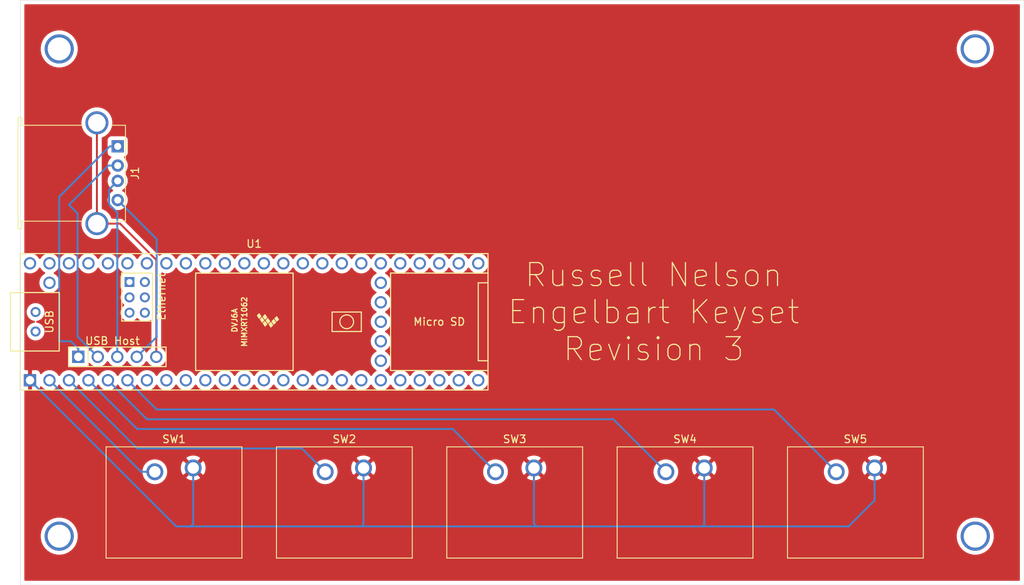
<source format=kicad_pcb>
(kicad_pcb (version 20171130) (host pcbnew 5.1.5+dfsg1-2build2)

  (general
    (thickness 1.6)
    (drawings 5)
    (tracks 61)
    (zones 0)
    (modules 7)
    (nets 68)
  )

  (page A4)
  (layers
    (0 F.Cu signal)
    (31 B.Cu signal)
    (32 B.Adhes user)
    (33 F.Adhes user)
    (34 B.Paste user)
    (35 F.Paste user)
    (36 B.SilkS user)
    (37 F.SilkS user)
    (38 B.Mask user)
    (39 F.Mask user)
    (40 Dwgs.User user)
    (41 Cmts.User user)
    (42 Eco1.User user)
    (43 Eco2.User user)
    (44 Edge.Cuts user)
    (45 Margin user)
    (46 B.CrtYd user)
    (47 F.CrtYd user)
    (48 B.Fab user)
    (49 F.Fab user)
  )

  (setup
    (last_trace_width 0.25)
    (trace_clearance 0.2)
    (zone_clearance 0.508)
    (zone_45_only no)
    (trace_min 0.2)
    (via_size 0.8)
    (via_drill 0.4)
    (via_min_size 0.4)
    (via_min_drill 0.3)
    (uvia_size 0.3)
    (uvia_drill 0.1)
    (uvias_allowed no)
    (uvia_min_size 0.2)
    (uvia_min_drill 0.1)
    (edge_width 0.05)
    (segment_width 0.2)
    (pcb_text_width 0.3)
    (pcb_text_size 1.5 1.5)
    (mod_edge_width 0.12)
    (mod_text_size 1 1)
    (mod_text_width 0.15)
    (pad_size 1.524 1.524)
    (pad_drill 0.762)
    (pad_to_mask_clearance 0.051)
    (solder_mask_min_width 0.25)
    (aux_axis_origin 0 0)
    (visible_elements FFFFFF7F)
    (pcbplotparams
      (layerselection 0x010e0_ffffffff)
      (usegerberextensions false)
      (usegerberattributes false)
      (usegerberadvancedattributes false)
      (creategerberjobfile false)
      (excludeedgelayer true)
      (linewidth 0.100000)
      (plotframeref false)
      (viasonmask false)
      (mode 1)
      (useauxorigin false)
      (hpglpennumber 1)
      (hpglpenspeed 20)
      (hpglpendiameter 15.000000)
      (psnegative false)
      (psa4output false)
      (plotreference true)
      (plotvalue true)
      (plotinvisibletext false)
      (padsonsilk false)
      (subtractmaskfromsilk false)
      (outputformat 1)
      (mirror false)
      (drillshape 0)
      (scaleselection 1)
      (outputdirectory ""))
  )

  (net 0 "")
  (net 1 "Net-(J1-Pad4)")
  (net 2 "Net-(J1-Pad3)")
  (net 3 "Net-(J1-Pad2)")
  (net 4 "Net-(J1-Pad1)")
  (net 5 "Net-(J1-Pad5)")
  (net 6 "Net-(SW1-Pad2)")
  (net 7 GND)
  (net 8 "Net-(SW2-Pad2)")
  (net 9 "Net-(SW3-Pad2)")
  (net 10 "Net-(SW4-Pad2)")
  (net 11 "Net-(SW5-Pad2)")
  (net 12 "Net-(U1-Pad66)")
  (net 13 "Net-(U1-Pad67)")
  (net 14 "Net-(U1-Pad54)")
  (net 15 "Net-(U1-Pad53)")
  (net 16 "Net-(U1-Pad52)")
  (net 17 "Net-(U1-Pad51)")
  (net 18 "Net-(U1-Pad50)")
  (net 19 "Net-(U1-Pad62)")
  (net 20 "Net-(U1-Pad63)")
  (net 21 "Net-(U1-Pad64)")
  (net 22 "Net-(U1-Pad61)")
  (net 23 "Net-(U1-Pad65)")
  (net 24 "Net-(U1-Pad60)")
  (net 25 "Net-(U1-Pad17)")
  (net 26 "Net-(U1-Pad18)")
  (net 27 "Net-(U1-Pad19)")
  (net 28 "Net-(U1-Pad20)")
  (net 29 "Net-(U1-Pad16)")
  (net 30 "Net-(U1-Pad15)")
  (net 31 "Net-(U1-Pad14)")
  (net 32 "Net-(U1-Pad21)")
  (net 33 "Net-(U1-Pad22)")
  (net 34 "Net-(U1-Pad23)")
  (net 35 "Net-(U1-Pad24)")
  (net 36 "Net-(U1-Pad25)")
  (net 37 "Net-(U1-Pad26)")
  (net 38 "Net-(U1-Pad27)")
  (net 39 "Net-(U1-Pad28)")
  (net 40 "Net-(U1-Pad29)")
  (net 41 "Net-(U1-Pad30)")
  (net 42 "Net-(U1-Pad31)")
  (net 43 "Net-(U1-Pad32)")
  (net 44 "Net-(U1-Pad33)")
  (net 45 "Net-(U1-Pad34)")
  (net 46 "Net-(U1-Pad13)")
  (net 47 "Net-(U1-Pad12)")
  (net 48 "Net-(U1-Pad11)")
  (net 49 "Net-(U1-Pad10)")
  (net 50 "Net-(U1-Pad9)")
  (net 51 "Net-(U1-Pad8)")
  (net 52 "Net-(U1-Pad7)")
  (net 53 "Net-(U1-Pad35)")
  (net 54 "Net-(U1-Pad36)")
  (net 55 "Net-(U1-Pad37)")
  (net 56 "Net-(U1-Pad38)")
  (net 57 "Net-(U1-Pad39)")
  (net 58 "Net-(U1-Pad40)")
  (net 59 "Net-(U1-Pad41)")
  (net 60 "Net-(U1-Pad42)")
  (net 61 "Net-(U1-Pad43)")
  (net 62 "Net-(U1-Pad44)")
  (net 63 "Net-(U1-Pad45)")
  (net 64 "Net-(U1-Pad46)")
  (net 65 "Net-(U1-Pad47)")
  (net 66 "Net-(U1-Pad48)")
  (net 67 "Net-(U1-Pad49)")

  (net_class Default "This is the default net class."
    (clearance 0.2)
    (trace_width 0.25)
    (via_dia 0.8)
    (via_drill 0.4)
    (uvia_dia 0.3)
    (uvia_drill 0.1)
    (add_net GND)
    (add_net "Net-(J1-Pad1)")
    (add_net "Net-(J1-Pad2)")
    (add_net "Net-(J1-Pad3)")
    (add_net "Net-(J1-Pad4)")
    (add_net "Net-(J1-Pad5)")
    (add_net "Net-(SW1-Pad2)")
    (add_net "Net-(SW2-Pad2)")
    (add_net "Net-(SW3-Pad2)")
    (add_net "Net-(SW4-Pad2)")
    (add_net "Net-(SW5-Pad2)")
    (add_net "Net-(U1-Pad10)")
    (add_net "Net-(U1-Pad11)")
    (add_net "Net-(U1-Pad12)")
    (add_net "Net-(U1-Pad13)")
    (add_net "Net-(U1-Pad14)")
    (add_net "Net-(U1-Pad15)")
    (add_net "Net-(U1-Pad16)")
    (add_net "Net-(U1-Pad17)")
    (add_net "Net-(U1-Pad18)")
    (add_net "Net-(U1-Pad19)")
    (add_net "Net-(U1-Pad20)")
    (add_net "Net-(U1-Pad21)")
    (add_net "Net-(U1-Pad22)")
    (add_net "Net-(U1-Pad23)")
    (add_net "Net-(U1-Pad24)")
    (add_net "Net-(U1-Pad25)")
    (add_net "Net-(U1-Pad26)")
    (add_net "Net-(U1-Pad27)")
    (add_net "Net-(U1-Pad28)")
    (add_net "Net-(U1-Pad29)")
    (add_net "Net-(U1-Pad30)")
    (add_net "Net-(U1-Pad31)")
    (add_net "Net-(U1-Pad32)")
    (add_net "Net-(U1-Pad33)")
    (add_net "Net-(U1-Pad34)")
    (add_net "Net-(U1-Pad35)")
    (add_net "Net-(U1-Pad36)")
    (add_net "Net-(U1-Pad37)")
    (add_net "Net-(U1-Pad38)")
    (add_net "Net-(U1-Pad39)")
    (add_net "Net-(U1-Pad40)")
    (add_net "Net-(U1-Pad41)")
    (add_net "Net-(U1-Pad42)")
    (add_net "Net-(U1-Pad43)")
    (add_net "Net-(U1-Pad44)")
    (add_net "Net-(U1-Pad45)")
    (add_net "Net-(U1-Pad46)")
    (add_net "Net-(U1-Pad47)")
    (add_net "Net-(U1-Pad48)")
    (add_net "Net-(U1-Pad49)")
    (add_net "Net-(U1-Pad50)")
    (add_net "Net-(U1-Pad51)")
    (add_net "Net-(U1-Pad52)")
    (add_net "Net-(U1-Pad53)")
    (add_net "Net-(U1-Pad54)")
    (add_net "Net-(U1-Pad60)")
    (add_net "Net-(U1-Pad61)")
    (add_net "Net-(U1-Pad62)")
    (add_net "Net-(U1-Pad63)")
    (add_net "Net-(U1-Pad64)")
    (add_net "Net-(U1-Pad65)")
    (add_net "Net-(U1-Pad66)")
    (add_net "Net-(U1-Pad67)")
    (add_net "Net-(U1-Pad7)")
    (add_net "Net-(U1-Pad8)")
    (add_net "Net-(U1-Pad9)")
  )

  (module Teensy:Teensy41 (layer F.Cu) (tedit 5FD6DEAD) (tstamp 6136C012)
    (at 109.22 31.75)
    (path /61277D26)
    (fp_text reference U1 (at 0 -10.16) (layer F.SilkS)
      (effects (font (size 1 1) (thickness 0.15)))
    )
    (fp_text value Teensy4.1 (at 0 10.16) (layer F.Fab)
      (effects (font (size 1 1) (thickness 0.15)))
    )
    (fp_text user "USB Host" (at -18.4658 2.4892) (layer F.SilkS)
      (effects (font (size 1 1) (thickness 0.15)))
    )
    (fp_text user Ethernet (at -12.065 -3.2766 90) (layer F.SilkS)
      (effects (font (size 1 1) (thickness 0.15)))
    )
    (fp_text user USB (at -26.67 0 270) (layer F.SilkS)
      (effects (font (size 1 1) (thickness 0.15)))
    )
    (fp_text user "Micro SD" (at 24.13 0) (layer F.SilkS)
      (effects (font (size 1 1) (thickness 0.15)))
    )
    (fp_text user MIMXRT1062 (at -1.27 0 -90) (layer F.SilkS)
      (effects (font (size 0.7 0.7) (thickness 0.15)))
    )
    (fp_text user DVJ6A (at -2.54 -0.18 -90) (layer F.SilkS)
      (effects (font (size 0.7 0.7) (thickness 0.15)))
    )
    (fp_poly (pts (xy 3.197 -0.307) (xy 2.943 -0.053) (xy 2.689 -0.434) (xy 2.943 -0.688)) (layer F.SilkS) (width 0.1))
    (fp_poly (pts (xy 2.816 0.074) (xy 2.562 0.328) (xy 2.308 -0.053) (xy 2.562 -0.307)) (layer F.SilkS) (width 0.1))
    (fp_poly (pts (xy 0.911 -0.688) (xy 0.657 -0.434) (xy 0.403 -0.815) (xy 0.657 -1.069)) (layer F.SilkS) (width 0.1))
    (fp_poly (pts (xy 1.292 -0.18) (xy 1.038 0.074) (xy 0.784 -0.307) (xy 1.038 -0.561)) (layer F.SilkS) (width 0.1))
    (fp_poly (pts (xy 1.673 0.328) (xy 1.419 0.582) (xy 1.165 0.201) (xy 1.419 -0.053)) (layer F.SilkS) (width 0.1))
    (fp_poly (pts (xy 1.673 -0.561) (xy 1.419 -0.307) (xy 1.165 -0.688) (xy 1.419 -0.942)) (layer F.SilkS) (width 0.1))
    (fp_poly (pts (xy 2.054 -0.053) (xy 1.8 0.201) (xy 1.546 -0.18) (xy 1.8 -0.434)) (layer F.SilkS) (width 0.1))
    (fp_poly (pts (xy 2.435 0.455) (xy 2.181 0.709) (xy 1.927 0.328) (xy 2.181 0.074)) (layer F.SilkS) (width 0.1))
    (fp_line (start -30.48 8.89) (end -30.48 -8.89) (layer F.SilkS) (width 0.15))
    (fp_line (start 30.48 8.89) (end -30.48 8.89) (layer F.SilkS) (width 0.15))
    (fp_line (start 30.48 -8.89) (end 30.48 8.89) (layer F.SilkS) (width 0.15))
    (fp_line (start -30.48 -8.89) (end 30.48 -8.89) (layer F.SilkS) (width 0.15))
    (fp_line (start -25.4 3.81) (end -30.48 3.81) (layer F.SilkS) (width 0.15))
    (fp_line (start -25.4 -3.81) (end -30.48 -3.81) (layer F.SilkS) (width 0.15))
    (fp_line (start -25.4 3.81) (end -25.4 -3.81) (layer F.SilkS) (width 0.15))
    (fp_line (start -31.75 -3.81) (end -30.48 -3.81) (layer F.SilkS) (width 0.15))
    (fp_line (start -31.75 3.81) (end -31.75 -3.81) (layer F.SilkS) (width 0.15))
    (fp_line (start -30.48 3.81) (end -31.75 3.81) (layer F.SilkS) (width 0.15))
    (fp_line (start 30.48 -6.35) (end 17.78 -6.35) (layer F.SilkS) (width 0.15))
    (fp_line (start 17.78 -6.35) (end 17.78 6.35) (layer F.SilkS) (width 0.15))
    (fp_line (start 17.78 6.35) (end 30.48 6.35) (layer F.SilkS) (width 0.15))
    (fp_line (start 30.48 -5.08) (end 29.21 -5.08) (layer F.SilkS) (width 0.15))
    (fp_line (start 29.21 -5.08) (end 29.21 5.08) (layer F.SilkS) (width 0.15))
    (fp_line (start 29.21 5.08) (end 30.48 5.08) (layer F.SilkS) (width 0.15))
    (fp_line (start 13.97 -1.27) (end 13.97 1.27) (layer F.SilkS) (width 0.15))
    (fp_line (start 13.97 1.27) (end 10.16 1.27) (layer F.SilkS) (width 0.15))
    (fp_line (start 10.16 1.27) (end 10.16 -1.27) (layer F.SilkS) (width 0.15))
    (fp_line (start 10.16 -1.27) (end 13.97 -1.27) (layer F.SilkS) (width 0.15))
    (fp_line (start -24.1808 3.2992) (end -11.4808 3.2992) (layer F.SilkS) (width 0.15))
    (fp_line (start -11.4808 3.2992) (end -11.4808 5.8392) (layer F.SilkS) (width 0.15))
    (fp_line (start -11.4808 5.8392) (end -24.1808 5.8392) (layer F.SilkS) (width 0.15))
    (fp_line (start -24.1808 5.8392) (end -24.1808 3.2992) (layer F.SilkS) (width 0.15))
    (fp_line (start -24.1808 3.2992) (end -21.6408 3.2992) (layer F.SilkS) (width 0.15))
    (fp_line (start -21.6408 3.2992) (end -21.6408 5.8392) (layer F.SilkS) (width 0.15))
    (fp_line (start -17.25 -6.1016) (end -17.25 -0.1016) (layer F.SilkS) (width 0.15))
    (fp_line (start -17.25 -0.1016) (end -13.25 -0.1016) (layer F.SilkS) (width 0.15))
    (fp_line (start -13.25 -0.1016) (end -13.25 -6.3516) (layer F.SilkS) (width 0.15))
    (fp_line (start -13.25 -6.3516) (end -17.25 -6.3516) (layer F.SilkS) (width 0.15))
    (fp_line (start -17.25 -6.3516) (end -17.25 -6.1016) (layer F.SilkS) (width 0.15))
    (fp_line (start -7.62 6.35) (end 5.08 6.35) (layer F.SilkS) (width 0.15))
    (fp_line (start 5.08 6.35) (end 5.08 -6.35) (layer F.SilkS) (width 0.15))
    (fp_line (start 5.08 -6.35) (end -7.62 -6.35) (layer F.SilkS) (width 0.15))
    (fp_line (start -7.62 -6.35) (end -7.62 6.35) (layer F.SilkS) (width 0.15))
    (fp_circle (center 12.065 0) (end 12.7 -0.635) (layer F.SilkS) (width 0.15))
    (pad 66 thru_hole circle (at -28.48 -1.27) (size 1.3 1.3) (drill 0.8) (layers *.Cu *.Mask)
      (net 12 "Net-(U1-Pad66)"))
    (pad 67 thru_hole circle (at -28.48 1.27) (size 1.3 1.3) (drill 0.8) (layers *.Cu *.Mask)
      (net 13 "Net-(U1-Pad67)"))
    (pad 54 thru_hole circle (at 16.51 -5.08) (size 1.6 1.6) (drill 1.1) (layers *.Cu *.Mask)
      (net 14 "Net-(U1-Pad54)"))
    (pad 53 thru_hole circle (at 16.51 -2.54) (size 1.6 1.6) (drill 1.1) (layers *.Cu *.Mask)
      (net 15 "Net-(U1-Pad53)"))
    (pad 52 thru_hole circle (at 16.51 0) (size 1.6 1.6) (drill 1.1) (layers *.Cu *.Mask)
      (net 16 "Net-(U1-Pad52)"))
    (pad 51 thru_hole circle (at 16.51 2.54) (size 1.6 1.6) (drill 1.1) (layers *.Cu *.Mask)
      (net 17 "Net-(U1-Pad51)"))
    (pad 50 thru_hole circle (at 16.51 5.08) (size 1.6 1.6) (drill 1.1) (layers *.Cu *.Mask)
      (net 18 "Net-(U1-Pad50)"))
    (pad 62 thru_hole circle (at -16.24 -1.1816) (size 1.3 1.3) (drill 0.8) (layers *.Cu *.Mask)
      (net 19 "Net-(U1-Pad62)"))
    (pad 63 thru_hole circle (at -14.24 -1.1816) (size 1.3 1.3) (drill 0.8) (layers *.Cu *.Mask)
      (net 20 "Net-(U1-Pad63)"))
    (pad 64 thru_hole circle (at -14.24 -3.1816) (size 1.3 1.3) (drill 0.8) (layers *.Cu *.Mask)
      (net 21 "Net-(U1-Pad64)"))
    (pad 61 thru_hole circle (at -16.24 -3.1816) (size 1.3 1.3) (drill 0.8) (layers *.Cu *.Mask)
      (net 22 "Net-(U1-Pad61)"))
    (pad 65 thru_hole circle (at -14.24 -5.1816) (size 1.3 1.3) (drill 0.8) (layers *.Cu *.Mask)
      (net 23 "Net-(U1-Pad65)"))
    (pad 60 thru_hole rect (at -16.24 -5.1816) (size 1.3 1.3) (drill 0.8) (layers *.Cu *.Mask)
      (net 24 "Net-(U1-Pad60)"))
    (pad 17 thru_hole circle (at 11.43 7.62) (size 1.6 1.6) (drill 1.1) (layers *.Cu *.Mask)
      (net 25 "Net-(U1-Pad17)"))
    (pad 18 thru_hole circle (at 13.97 7.62) (size 1.6 1.6) (drill 1.1) (layers *.Cu *.Mask)
      (net 26 "Net-(U1-Pad18)"))
    (pad 19 thru_hole circle (at 16.51 7.62) (size 1.6 1.6) (drill 1.1) (layers *.Cu *.Mask)
      (net 27 "Net-(U1-Pad19)"))
    (pad 20 thru_hole circle (at 19.05 7.62) (size 1.6 1.6) (drill 1.1) (layers *.Cu *.Mask)
      (net 28 "Net-(U1-Pad20)"))
    (pad 16 thru_hole circle (at 8.89 7.62) (size 1.6 1.6) (drill 1.1) (layers *.Cu *.Mask)
      (net 29 "Net-(U1-Pad16)"))
    (pad 15 thru_hole circle (at 6.35 7.62) (size 1.6 1.6) (drill 1.1) (layers *.Cu *.Mask)
      (net 30 "Net-(U1-Pad15)"))
    (pad 14 thru_hole circle (at 3.81 7.62) (size 1.6 1.6) (drill 1.1) (layers *.Cu *.Mask)
      (net 31 "Net-(U1-Pad14)"))
    (pad 21 thru_hole circle (at 21.59 7.62) (size 1.6 1.6) (drill 1.1) (layers *.Cu *.Mask)
      (net 32 "Net-(U1-Pad21)"))
    (pad 22 thru_hole circle (at 24.13 7.62) (size 1.6 1.6) (drill 1.1) (layers *.Cu *.Mask)
      (net 33 "Net-(U1-Pad22)"))
    (pad 23 thru_hole circle (at 26.67 7.62) (size 1.6 1.6) (drill 1.1) (layers *.Cu *.Mask)
      (net 34 "Net-(U1-Pad23)"))
    (pad 24 thru_hole circle (at 29.21 7.62) (size 1.6 1.6) (drill 1.1) (layers *.Cu *.Mask)
      (net 35 "Net-(U1-Pad24)"))
    (pad 25 thru_hole circle (at 29.21 -7.62) (size 1.6 1.6) (drill 1.1) (layers *.Cu *.Mask)
      (net 36 "Net-(U1-Pad25)"))
    (pad 26 thru_hole circle (at 26.67 -7.62) (size 1.6 1.6) (drill 1.1) (layers *.Cu *.Mask)
      (net 37 "Net-(U1-Pad26)"))
    (pad 27 thru_hole circle (at 24.13 -7.62) (size 1.6 1.6) (drill 1.1) (layers *.Cu *.Mask)
      (net 38 "Net-(U1-Pad27)"))
    (pad 28 thru_hole circle (at 21.59 -7.62) (size 1.6 1.6) (drill 1.1) (layers *.Cu *.Mask)
      (net 39 "Net-(U1-Pad28)"))
    (pad 29 thru_hole circle (at 19.05 -7.62) (size 1.6 1.6) (drill 1.1) (layers *.Cu *.Mask)
      (net 40 "Net-(U1-Pad29)"))
    (pad 30 thru_hole circle (at 16.51 -7.62) (size 1.6 1.6) (drill 1.1) (layers *.Cu *.Mask)
      (net 41 "Net-(U1-Pad30)"))
    (pad 31 thru_hole circle (at 13.97 -7.62) (size 1.6 1.6) (drill 1.1) (layers *.Cu *.Mask)
      (net 42 "Net-(U1-Pad31)"))
    (pad 32 thru_hole circle (at 11.43 -7.62) (size 1.6 1.6) (drill 1.1) (layers *.Cu *.Mask)
      (net 43 "Net-(U1-Pad32)"))
    (pad 33 thru_hole circle (at 8.89 -7.62) (size 1.6 1.6) (drill 1.1) (layers *.Cu *.Mask)
      (net 44 "Net-(U1-Pad33)"))
    (pad 34 thru_hole circle (at 6.35 -7.62) (size 1.6 1.6) (drill 1.1) (layers *.Cu *.Mask)
      (net 45 "Net-(U1-Pad34)"))
    (pad 13 thru_hole circle (at 1.27 7.62) (size 1.6 1.6) (drill 1.1) (layers *.Cu *.Mask)
      (net 46 "Net-(U1-Pad13)"))
    (pad 12 thru_hole circle (at -1.27 7.62) (size 1.6 1.6) (drill 1.1) (layers *.Cu *.Mask)
      (net 47 "Net-(U1-Pad12)"))
    (pad 11 thru_hole circle (at -3.81 7.62) (size 1.6 1.6) (drill 1.1) (layers *.Cu *.Mask)
      (net 48 "Net-(U1-Pad11)"))
    (pad 10 thru_hole circle (at -6.35 7.62) (size 1.6 1.6) (drill 1.1) (layers *.Cu *.Mask)
      (net 49 "Net-(U1-Pad10)"))
    (pad 9 thru_hole circle (at -8.89 7.62) (size 1.6 1.6) (drill 1.1) (layers *.Cu *.Mask)
      (net 50 "Net-(U1-Pad9)"))
    (pad 8 thru_hole circle (at -11.43 7.62) (size 1.6 1.6) (drill 1.1) (layers *.Cu *.Mask)
      (net 51 "Net-(U1-Pad8)"))
    (pad 7 thru_hole circle (at -13.97 7.62) (size 1.6 1.6) (drill 1.1) (layers *.Cu *.Mask)
      (net 52 "Net-(U1-Pad7)"))
    (pad 6 thru_hole circle (at -16.51 7.62) (size 1.6 1.6) (drill 1.1) (layers *.Cu *.Mask)
      (net 11 "Net-(SW5-Pad2)"))
    (pad 5 thru_hole circle (at -19.05 7.62) (size 1.6 1.6) (drill 1.1) (layers *.Cu *.Mask)
      (net 10 "Net-(SW4-Pad2)"))
    (pad 4 thru_hole circle (at -21.59 7.62) (size 1.6 1.6) (drill 1.1) (layers *.Cu *.Mask)
      (net 9 "Net-(SW3-Pad2)"))
    (pad 3 thru_hole circle (at -24.13 7.62) (size 1.6 1.6) (drill 1.1) (layers *.Cu *.Mask)
      (net 8 "Net-(SW2-Pad2)"))
    (pad 2 thru_hole circle (at -26.67 7.62) (size 1.6 1.6) (drill 1.1) (layers *.Cu *.Mask)
      (net 6 "Net-(SW1-Pad2)"))
    (pad 1 thru_hole rect (at -29.21 7.62) (size 1.6 1.6) (drill 1.1) (layers *.Cu *.Mask)
      (net 7 GND))
    (pad 35 thru_hole circle (at 3.81 -7.62) (size 1.6 1.6) (drill 1.1) (layers *.Cu *.Mask)
      (net 53 "Net-(U1-Pad35)"))
    (pad 36 thru_hole circle (at 1.27 -7.62) (size 1.6 1.6) (drill 1.1) (layers *.Cu *.Mask)
      (net 54 "Net-(U1-Pad36)"))
    (pad 37 thru_hole circle (at -1.27 -7.62) (size 1.6 1.6) (drill 1.1) (layers *.Cu *.Mask)
      (net 55 "Net-(U1-Pad37)"))
    (pad 38 thru_hole circle (at -3.81 -7.62) (size 1.6 1.6) (drill 1.1) (layers *.Cu *.Mask)
      (net 56 "Net-(U1-Pad38)"))
    (pad 39 thru_hole circle (at -6.35 -7.62) (size 1.6 1.6) (drill 1.1) (layers *.Cu *.Mask)
      (net 57 "Net-(U1-Pad39)"))
    (pad 40 thru_hole circle (at -8.89 -7.62) (size 1.6 1.6) (drill 1.1) (layers *.Cu *.Mask)
      (net 58 "Net-(U1-Pad40)"))
    (pad 41 thru_hole circle (at -11.43 -7.62) (size 1.6 1.6) (drill 1.1) (layers *.Cu *.Mask)
      (net 59 "Net-(U1-Pad41)"))
    (pad 42 thru_hole circle (at -13.97 -7.62) (size 1.6 1.6) (drill 1.1) (layers *.Cu *.Mask)
      (net 60 "Net-(U1-Pad42)"))
    (pad 43 thru_hole circle (at -16.51 -7.62) (size 1.6 1.6) (drill 1.1) (layers *.Cu *.Mask)
      (net 61 "Net-(U1-Pad43)"))
    (pad 44 thru_hole circle (at -19.05 -7.62) (size 1.6 1.6) (drill 1.1) (layers *.Cu *.Mask)
      (net 62 "Net-(U1-Pad44)"))
    (pad 45 thru_hole circle (at -21.59 -7.62) (size 1.6 1.6) (drill 1.1) (layers *.Cu *.Mask)
      (net 63 "Net-(U1-Pad45)"))
    (pad 46 thru_hole circle (at -24.13 -7.62) (size 1.6 1.6) (drill 1.1) (layers *.Cu *.Mask)
      (net 64 "Net-(U1-Pad46)"))
    (pad 47 thru_hole circle (at -26.67 -7.62) (size 1.6 1.6) (drill 1.1) (layers *.Cu *.Mask)
      (net 65 "Net-(U1-Pad47)"))
    (pad 48 thru_hole circle (at -29.21 -7.62) (size 1.6 1.6) (drill 1.1) (layers *.Cu *.Mask)
      (net 66 "Net-(U1-Pad48)"))
    (pad 55 thru_hole rect (at -22.9108 4.5692) (size 1.6 1.6) (drill 1.1) (layers *.Cu *.Mask)
      (net 4 "Net-(J1-Pad1)"))
    (pad 56 thru_hole circle (at -20.3708 4.5692) (size 1.6 1.6) (drill 1.1) (layers *.Cu *.Mask)
      (net 3 "Net-(J1-Pad2)"))
    (pad 57 thru_hole circle (at -17.8308 4.5692) (size 1.6 1.6) (drill 1.1) (layers *.Cu *.Mask)
      (net 2 "Net-(J1-Pad3)"))
    (pad 58 thru_hole circle (at -15.2908 4.5692) (size 1.6 1.6) (drill 1.1) (layers *.Cu *.Mask)
      (net 1 "Net-(J1-Pad4)"))
    (pad 59 thru_hole circle (at -12.7508 4.5692) (size 1.6 1.6) (drill 1.1) (layers *.Cu *.Mask)
      (net 5 "Net-(J1-Pad5)"))
    (pad 49 thru_hole circle (at -26.67 -5.08) (size 1.6 1.6) (drill 1.1) (layers *.Cu *.Mask)
      (net 67 "Net-(U1-Pad49)"))
    (model ${KICAD_USER_DIR}/teensy.pretty/Teensy_4.1_Assembly.STEP
      (offset (xyz 0 0 0.762))
      (scale (xyz 1 1 1))
      (rotate (xyz 0 0 0))
    )
  )

  (module Connector_USB:USB_A_Stewart_SS-52100-001_Horizontal (layer F.Cu) (tedit 5CB49A87) (tstamp 6136BF26)
    (at 91.44 8.89 270)
    (descr "USB A connector https://belfuse.com/resources/drawings/stewartconnector/dr-stw-ss-52100-001.pdf")
    (tags "USB_A Female Connector receptacle")
    (path /6127F73A)
    (fp_text reference J1 (at 3.5 -2.26 90) (layer F.SilkS)
      (effects (font (size 1 1) (thickness 0.15)))
    )
    (fp_text value USB_A (at 3.5 14.49 90) (layer F.Fab)
      (effects (font (size 1 1) (thickness 0.15)))
    )
    (fp_line (start 10.25 4.74) (end 11.25 4.74) (layer F.CrtYd) (width 0.05))
    (fp_line (start 10.25 11.99) (end 10.25 4.74) (layer F.CrtYd) (width 0.05))
    (fp_line (start 11.25 11.99) (end 10.25 11.99) (layer F.CrtYd) (width 0.05))
    (fp_line (start 11.25 13.49) (end 11.25 11.99) (layer F.CrtYd) (width 0.05))
    (fp_line (start -4.25 13.49) (end 11.25 13.49) (layer F.CrtYd) (width 0.05))
    (fp_line (start -4.25 11.99) (end -4.25 13.49) (layer F.CrtYd) (width 0.05))
    (fp_line (start -3.25 11.99) (end -4.25 11.99) (layer F.CrtYd) (width 0.05))
    (fp_line (start -3.25 4.74) (end -3.25 11.99) (layer F.CrtYd) (width 0.05))
    (fp_line (start 0 -0.76) (end 0.25 -1.01) (layer F.Fab) (width 0.1))
    (fp_line (start -0.25 -1.01) (end 0 -0.76) (layer F.Fab) (width 0.1))
    (fp_line (start -0.5 -1.26) (end 0.5 -1.26) (layer F.SilkS) (width 0.12))
    (fp_line (start -3.75 12.49) (end -3.75 12.99) (layer F.SilkS) (width 0.12))
    (fp_line (start -2.75 12.49) (end -3.75 12.49) (layer F.SilkS) (width 0.12))
    (fp_line (start -2.75 4.49) (end -2.75 12.49) (layer F.SilkS) (width 0.12))
    (fp_line (start -2.75 -1.01) (end -2.75 0.99) (layer F.SilkS) (width 0.12))
    (fp_line (start 9.75 -1.01) (end -2.75 -1.01) (layer F.SilkS) (width 0.12))
    (fp_line (start 9.75 0.99) (end 9.75 -1.01) (layer F.SilkS) (width 0.12))
    (fp_line (start 9.75 12.49) (end 9.75 4.49) (layer F.SilkS) (width 0.12))
    (fp_line (start 10.75 12.49) (end 9.75 12.49) (layer F.SilkS) (width 0.12))
    (fp_line (start 10.75 12.99) (end 10.75 12.49) (layer F.SilkS) (width 0.12))
    (fp_line (start -3.75 12.99) (end 10.75 12.99) (layer F.SilkS) (width 0.12))
    (fp_text user %R (at 3.5 5.99 90) (layer F.Fab)
      (effects (font (size 1 1) (thickness 0.15)))
    )
    (fp_line (start 9.75 12.49) (end 9.75 -1.01) (layer F.Fab) (width 0.1))
    (fp_line (start -2.75 -1.01) (end 9.75 -1.01) (layer F.Fab) (width 0.1))
    (fp_line (start -2.75 12.49) (end -2.75 -1.01) (layer F.Fab) (width 0.1))
    (fp_line (start -3.75 12.99) (end 10.75 12.99) (layer F.Fab) (width 0.1))
    (fp_line (start -3.75 12.99) (end -3.75 12.49) (layer F.Fab) (width 0.1))
    (fp_line (start -3.75 12.49) (end -2.75 12.49) (layer F.Fab) (width 0.1))
    (fp_line (start 9.75 12.49) (end 10.75 12.49) (layer F.Fab) (width 0.1))
    (fp_line (start 10.75 12.49) (end 10.75 12.99) (layer F.Fab) (width 0.1))
    (fp_line (start 12.15 1.99) (end 11.25 0.69) (layer F.CrtYd) (width 0.05))
    (fp_line (start 10.25 0.69) (end 11.25 0.69) (layer F.CrtYd) (width 0.05))
    (fp_line (start 12.15 1.99) (end 12.15 3.44) (layer F.CrtYd) (width 0.05))
    (fp_line (start 10.25 0.69) (end 10.25 -1.51) (layer F.CrtYd) (width 0.05))
    (fp_line (start 10.25 -1.51) (end -3.25 -1.51) (layer F.CrtYd) (width 0.05))
    (fp_line (start -3.25 0.69) (end -3.25 -1.51) (layer F.CrtYd) (width 0.05))
    (fp_line (start 12.15 3.44) (end 11.25 4.74) (layer F.CrtYd) (width 0.05))
    (fp_line (start -3.25 0.69) (end -4.25 0.69) (layer F.CrtYd) (width 0.05))
    (fp_line (start -5.15 3.44) (end -4.25 4.74) (layer F.CrtYd) (width 0.05))
    (fp_line (start -3.25 4.74) (end -4.25 4.74) (layer F.CrtYd) (width 0.05))
    (fp_line (start -5.15 3.44) (end -5.15 1.99) (layer F.CrtYd) (width 0.05))
    (fp_line (start -5.15 1.99) (end -4.25 0.69) (layer F.CrtYd) (width 0.05))
    (pad 5 thru_hole circle (at 10.07 2.71 270) (size 3 3) (drill 2.3) (layers *.Cu *.Mask)
      (net 5 "Net-(J1-Pad5)"))
    (pad 5 thru_hole circle (at -3.07 2.71 270) (size 3 3) (drill 2.3) (layers *.Cu *.Mask)
      (net 5 "Net-(J1-Pad5)"))
    (pad 1 thru_hole rect (at 0 0 270) (size 1.6 1.6) (drill 0.92) (layers *.Cu *.Mask)
      (net 4 "Net-(J1-Pad1)"))
    (pad 2 thru_hole circle (at 2.5 0 270) (size 1.6 1.6) (drill 0.92) (layers *.Cu *.Mask)
      (net 3 "Net-(J1-Pad2)"))
    (pad 3 thru_hole circle (at 4.5 0 270) (size 1.6 1.6) (drill 0.92) (layers *.Cu *.Mask)
      (net 2 "Net-(J1-Pad3)"))
    (pad 4 thru_hole circle (at 7 0 270) (size 1.6 1.6) (drill 0.92) (layers *.Cu *.Mask)
      (net 1 "Net-(J1-Pad4)"))
    (model ${KISYS3DMOD}/Connector_USB.3dshapes/USB_A_Stewart_SS-52100-001_Horizontal.wrl
      (at (xyz 0 0 0))
      (scale (xyz 1 1 1))
      (rotate (xyz 0 0 0))
    )
  )

  (module Button_Switch_Keyboard:SW_Matias_1.00u (layer F.Cu) (tedit 5A097604) (tstamp 6136BF99)
    (at 190.08 50.8)
    (descr "Matias/ALPS keyswitch, 1.00u, http://matias.ca/switches/")
    (tags "Matias ALPS keyswitch 1.00u")
    (path /612757E2)
    (fp_text reference SW5 (at -2.5 -3.75) (layer F.SilkS)
      (effects (font (size 1 1) (thickness 0.15)))
    )
    (fp_text value SW_Push (at -2.5 12.75) (layer F.Fab)
      (effects (font (size 1 1) (thickness 0.15)))
    )
    (fp_line (start 6.35 -2.75) (end 6.35 11.75) (layer F.SilkS) (width 0.12))
    (fp_line (start 6.35 11.75) (end -11.35 11.75) (layer F.SilkS) (width 0.12))
    (fp_line (start -11.35 11.75) (end -11.35 -2.75) (layer F.SilkS) (width 0.12))
    (fp_line (start -11.35 -2.75) (end 6.35 -2.75) (layer F.SilkS) (width 0.12))
    (fp_line (start -12.025 14.025) (end -12.025 -5.025) (layer Dwgs.User) (width 0.15))
    (fp_line (start 7.025 14.025) (end -12.025 14.025) (layer Dwgs.User) (width 0.15))
    (fp_line (start 7.025 -5.025) (end 7.025 14.025) (layer Dwgs.User) (width 0.15))
    (fp_line (start -12.025 -5.025) (end 7.025 -5.025) (layer Dwgs.User) (width 0.15))
    (fp_line (start -11.35 -2.75) (end 6.35 -2.75) (layer F.CrtYd) (width 0.05))
    (fp_line (start 6.35 11.75) (end 6.35 -2.75) (layer F.CrtYd) (width 0.05))
    (fp_line (start -11.35 -2.75) (end -11.35 11.75) (layer F.CrtYd) (width 0.05))
    (fp_line (start -11.35 11.75) (end 6.35 11.75) (layer F.CrtYd) (width 0.05))
    (fp_line (start -11.1 -2.5) (end 6.1 -2.5) (layer F.Fab) (width 0.1))
    (fp_line (start -11.1 11.5) (end -11.1 -2.5) (layer F.Fab) (width 0.1))
    (fp_line (start 6.1 11.5) (end -11.1 11.5) (layer F.Fab) (width 0.1))
    (fp_line (start 6.1 -2.5) (end 6.1 11.5) (layer F.Fab) (width 0.1))
    (fp_text user %R (at -2.5 4.5) (layer F.Fab)
      (effects (font (size 1 1) (thickness 0.15)))
    )
    (pad 2 thru_hole circle (at -5 0.5) (size 2.2 2.2) (drill 1.5) (layers *.Cu *.Mask)
      (net 11 "Net-(SW5-Pad2)"))
    (pad 1 thru_hole circle (at 0 0) (size 2.2 2.2) (drill 1.5) (layers *.Cu *.Mask)
      (net 7 GND))
    (model ${KISYS3DMOD}/Button_Switch_Keyboard.3dshapes/SW_Matias_1.00u.wrl
      (at (xyz 0 0 0))
      (scale (xyz 1 1 1))
      (rotate (xyz 0 0 0))
    )
  )

  (module Button_Switch_Keyboard:SW_Matias_1.00u (layer F.Cu) (tedit 5A097604) (tstamp 6136BF82)
    (at 167.88 50.8)
    (descr "Matias/ALPS keyswitch, 1.00u, http://matias.ca/switches/")
    (tags "Matias ALPS keyswitch 1.00u")
    (path /61274DC4)
    (fp_text reference SW4 (at -2.5 -3.75) (layer F.SilkS)
      (effects (font (size 1 1) (thickness 0.15)))
    )
    (fp_text value SW_Push (at -2.5 12.75) (layer F.Fab)
      (effects (font (size 1 1) (thickness 0.15)))
    )
    (fp_line (start 6.35 -2.75) (end 6.35 11.75) (layer F.SilkS) (width 0.12))
    (fp_line (start 6.35 11.75) (end -11.35 11.75) (layer F.SilkS) (width 0.12))
    (fp_line (start -11.35 11.75) (end -11.35 -2.75) (layer F.SilkS) (width 0.12))
    (fp_line (start -11.35 -2.75) (end 6.35 -2.75) (layer F.SilkS) (width 0.12))
    (fp_line (start -12.025 14.025) (end -12.025 -5.025) (layer Dwgs.User) (width 0.15))
    (fp_line (start 7.025 14.025) (end -12.025 14.025) (layer Dwgs.User) (width 0.15))
    (fp_line (start 7.025 -5.025) (end 7.025 14.025) (layer Dwgs.User) (width 0.15))
    (fp_line (start -12.025 -5.025) (end 7.025 -5.025) (layer Dwgs.User) (width 0.15))
    (fp_line (start -11.35 -2.75) (end 6.35 -2.75) (layer F.CrtYd) (width 0.05))
    (fp_line (start 6.35 11.75) (end 6.35 -2.75) (layer F.CrtYd) (width 0.05))
    (fp_line (start -11.35 -2.75) (end -11.35 11.75) (layer F.CrtYd) (width 0.05))
    (fp_line (start -11.35 11.75) (end 6.35 11.75) (layer F.CrtYd) (width 0.05))
    (fp_line (start -11.1 -2.5) (end 6.1 -2.5) (layer F.Fab) (width 0.1))
    (fp_line (start -11.1 11.5) (end -11.1 -2.5) (layer F.Fab) (width 0.1))
    (fp_line (start 6.1 11.5) (end -11.1 11.5) (layer F.Fab) (width 0.1))
    (fp_line (start 6.1 -2.5) (end 6.1 11.5) (layer F.Fab) (width 0.1))
    (fp_text user %R (at -2.5 4.5) (layer F.Fab)
      (effects (font (size 1 1) (thickness 0.15)))
    )
    (pad 2 thru_hole circle (at -5 0.5) (size 2.2 2.2) (drill 1.5) (layers *.Cu *.Mask)
      (net 10 "Net-(SW4-Pad2)"))
    (pad 1 thru_hole circle (at 0 0) (size 2.2 2.2) (drill 1.5) (layers *.Cu *.Mask)
      (net 7 GND))
    (model ${KISYS3DMOD}/Button_Switch_Keyboard.3dshapes/SW_Matias_1.00u.wrl
      (at (xyz 0 0 0))
      (scale (xyz 1 1 1))
      (rotate (xyz 0 0 0))
    )
  )

  (module Button_Switch_Keyboard:SW_Matias_1.00u (layer F.Cu) (tedit 5A097604) (tstamp 6136BF6B)
    (at 145.68 50.8)
    (descr "Matias/ALPS keyswitch, 1.00u, http://matias.ca/switches/")
    (tags "Matias ALPS keyswitch 1.00u")
    (path /612748D9)
    (fp_text reference SW3 (at -2.5 -3.75) (layer F.SilkS)
      (effects (font (size 1 1) (thickness 0.15)))
    )
    (fp_text value SW_Push (at -2.5 12.75) (layer F.Fab)
      (effects (font (size 1 1) (thickness 0.15)))
    )
    (fp_line (start 6.35 -2.75) (end 6.35 11.75) (layer F.SilkS) (width 0.12))
    (fp_line (start 6.35 11.75) (end -11.35 11.75) (layer F.SilkS) (width 0.12))
    (fp_line (start -11.35 11.75) (end -11.35 -2.75) (layer F.SilkS) (width 0.12))
    (fp_line (start -11.35 -2.75) (end 6.35 -2.75) (layer F.SilkS) (width 0.12))
    (fp_line (start -12.025 14.025) (end -12.025 -5.025) (layer Dwgs.User) (width 0.15))
    (fp_line (start 7.025 14.025) (end -12.025 14.025) (layer Dwgs.User) (width 0.15))
    (fp_line (start 7.025 -5.025) (end 7.025 14.025) (layer Dwgs.User) (width 0.15))
    (fp_line (start -12.025 -5.025) (end 7.025 -5.025) (layer Dwgs.User) (width 0.15))
    (fp_line (start -11.35 -2.75) (end 6.35 -2.75) (layer F.CrtYd) (width 0.05))
    (fp_line (start 6.35 11.75) (end 6.35 -2.75) (layer F.CrtYd) (width 0.05))
    (fp_line (start -11.35 -2.75) (end -11.35 11.75) (layer F.CrtYd) (width 0.05))
    (fp_line (start -11.35 11.75) (end 6.35 11.75) (layer F.CrtYd) (width 0.05))
    (fp_line (start -11.1 -2.5) (end 6.1 -2.5) (layer F.Fab) (width 0.1))
    (fp_line (start -11.1 11.5) (end -11.1 -2.5) (layer F.Fab) (width 0.1))
    (fp_line (start 6.1 11.5) (end -11.1 11.5) (layer F.Fab) (width 0.1))
    (fp_line (start 6.1 -2.5) (end 6.1 11.5) (layer F.Fab) (width 0.1))
    (fp_text user %R (at -2.5 4.5) (layer F.Fab)
      (effects (font (size 1 1) (thickness 0.15)))
    )
    (pad 2 thru_hole circle (at -5 0.5) (size 2.2 2.2) (drill 1.5) (layers *.Cu *.Mask)
      (net 9 "Net-(SW3-Pad2)"))
    (pad 1 thru_hole circle (at 0 0) (size 2.2 2.2) (drill 1.5) (layers *.Cu *.Mask)
      (net 7 GND))
    (model ${KISYS3DMOD}/Button_Switch_Keyboard.3dshapes/SW_Matias_1.00u.wrl
      (at (xyz 0 0 0))
      (scale (xyz 1 1 1))
      (rotate (xyz 0 0 0))
    )
  )

  (module Button_Switch_Keyboard:SW_Matias_1.00u (layer F.Cu) (tedit 5A097604) (tstamp 6136BF54)
    (at 123.48 50.8)
    (descr "Matias/ALPS keyswitch, 1.00u, http://matias.ca/switches/")
    (tags "Matias ALPS keyswitch 1.00u")
    (path /612739D8)
    (fp_text reference SW2 (at -2.5 -3.75) (layer F.SilkS)
      (effects (font (size 1 1) (thickness 0.15)))
    )
    (fp_text value SW_Push (at -2.5 12.75) (layer F.Fab)
      (effects (font (size 1 1) (thickness 0.15)))
    )
    (fp_line (start 6.35 -2.75) (end 6.35 11.75) (layer F.SilkS) (width 0.12))
    (fp_line (start 6.35 11.75) (end -11.35 11.75) (layer F.SilkS) (width 0.12))
    (fp_line (start -11.35 11.75) (end -11.35 -2.75) (layer F.SilkS) (width 0.12))
    (fp_line (start -11.35 -2.75) (end 6.35 -2.75) (layer F.SilkS) (width 0.12))
    (fp_line (start -12.025 14.025) (end -12.025 -5.025) (layer Dwgs.User) (width 0.15))
    (fp_line (start 7.025 14.025) (end -12.025 14.025) (layer Dwgs.User) (width 0.15))
    (fp_line (start 7.025 -5.025) (end 7.025 14.025) (layer Dwgs.User) (width 0.15))
    (fp_line (start -12.025 -5.025) (end 7.025 -5.025) (layer Dwgs.User) (width 0.15))
    (fp_line (start -11.35 -2.75) (end 6.35 -2.75) (layer F.CrtYd) (width 0.05))
    (fp_line (start 6.35 11.75) (end 6.35 -2.75) (layer F.CrtYd) (width 0.05))
    (fp_line (start -11.35 -2.75) (end -11.35 11.75) (layer F.CrtYd) (width 0.05))
    (fp_line (start -11.35 11.75) (end 6.35 11.75) (layer F.CrtYd) (width 0.05))
    (fp_line (start -11.1 -2.5) (end 6.1 -2.5) (layer F.Fab) (width 0.1))
    (fp_line (start -11.1 11.5) (end -11.1 -2.5) (layer F.Fab) (width 0.1))
    (fp_line (start 6.1 11.5) (end -11.1 11.5) (layer F.Fab) (width 0.1))
    (fp_line (start 6.1 -2.5) (end 6.1 11.5) (layer F.Fab) (width 0.1))
    (fp_text user %R (at -2.5 4.5) (layer F.Fab)
      (effects (font (size 1 1) (thickness 0.15)))
    )
    (pad 2 thru_hole circle (at -5 0.5) (size 2.2 2.2) (drill 1.5) (layers *.Cu *.Mask)
      (net 8 "Net-(SW2-Pad2)"))
    (pad 1 thru_hole circle (at 0 0) (size 2.2 2.2) (drill 1.5) (layers *.Cu *.Mask)
      (net 7 GND))
    (model ${KISYS3DMOD}/Button_Switch_Keyboard.3dshapes/SW_Matias_1.00u.wrl
      (at (xyz 0 0 0))
      (scale (xyz 1 1 1))
      (rotate (xyz 0 0 0))
    )
  )

  (module Button_Switch_Keyboard:SW_Matias_1.00u (layer F.Cu) (tedit 5A097604) (tstamp 6136BF3D)
    (at 101.28 50.8)
    (descr "Matias/ALPS keyswitch, 1.00u, http://matias.ca/switches/")
    (tags "Matias ALPS keyswitch 1.00u")
    (path /61272795)
    (fp_text reference SW1 (at -2.5 -3.75) (layer F.SilkS)
      (effects (font (size 1 1) (thickness 0.15)))
    )
    (fp_text value SW_Push (at -2.5 12.75) (layer F.Fab)
      (effects (font (size 1 1) (thickness 0.15)))
    )
    (fp_line (start 6.35 -2.75) (end 6.35 11.75) (layer F.SilkS) (width 0.12))
    (fp_line (start 6.35 11.75) (end -11.35 11.75) (layer F.SilkS) (width 0.12))
    (fp_line (start -11.35 11.75) (end -11.35 -2.75) (layer F.SilkS) (width 0.12))
    (fp_line (start -11.35 -2.75) (end 6.35 -2.75) (layer F.SilkS) (width 0.12))
    (fp_line (start -12.025 14.025) (end -12.025 -5.025) (layer Dwgs.User) (width 0.15))
    (fp_line (start 7.025 14.025) (end -12.025 14.025) (layer Dwgs.User) (width 0.15))
    (fp_line (start 7.025 -5.025) (end 7.025 14.025) (layer Dwgs.User) (width 0.15))
    (fp_line (start -12.025 -5.025) (end 7.025 -5.025) (layer Dwgs.User) (width 0.15))
    (fp_line (start -11.35 -2.75) (end 6.35 -2.75) (layer F.CrtYd) (width 0.05))
    (fp_line (start 6.35 11.75) (end 6.35 -2.75) (layer F.CrtYd) (width 0.05))
    (fp_line (start -11.35 -2.75) (end -11.35 11.75) (layer F.CrtYd) (width 0.05))
    (fp_line (start -11.35 11.75) (end 6.35 11.75) (layer F.CrtYd) (width 0.05))
    (fp_line (start -11.1 -2.5) (end 6.1 -2.5) (layer F.Fab) (width 0.1))
    (fp_line (start -11.1 11.5) (end -11.1 -2.5) (layer F.Fab) (width 0.1))
    (fp_line (start 6.1 11.5) (end -11.1 11.5) (layer F.Fab) (width 0.1))
    (fp_line (start 6.1 -2.5) (end 6.1 11.5) (layer F.Fab) (width 0.1))
    (fp_text user %R (at -2.5 4.5) (layer F.Fab)
      (effects (font (size 1 1) (thickness 0.15)))
    )
    (pad 2 thru_hole circle (at -5 0.5) (size 2.2 2.2) (drill 1.5) (layers *.Cu *.Mask)
      (net 6 "Net-(SW1-Pad2)"))
    (pad 1 thru_hole circle (at 0 0) (size 2.2 2.2) (drill 1.5) (layers *.Cu *.Mask)
      (net 7 GND))
    (model ${KISYS3DMOD}/Button_Switch_Keyboard.3dshapes/SW_Matias_1.00u.wrl
      (at (xyz 0 0 0))
      (scale (xyz 1 1 1))
      (rotate (xyz 0 0 0))
    )
  )

  (gr_text "Russell Nelson\nEngelbart Keyset\nRevision 3" (at 161.29 30.48) (layer F.SilkS)
    (effects (font (size 3 3) (thickness 0.15)))
  )
  (gr_line (start 209.55 66.04) (end 78.74 66.04) (layer Edge.Cuts) (width 0.05) (tstamp 613AA69D))
  (gr_line (start 209.55 -10.16) (end 209.55 66.04) (layer Edge.Cuts) (width 0.05) (tstamp 613AA698))
  (gr_line (start 78.74 -10.16) (end 209.55 -10.16) (layer Edge.Cuts) (width 0.05))
  (gr_line (start 78.74 66.04) (end 78.74 -10.16) (layer Edge.Cuts) (width 0.05))

  (via (at 203.2 -3.81) (size 3.8) (drill 3) (layers F.Cu B.Cu) (net 0))
  (via (at 203.2 59.69) (size 3.8) (drill 3) (layers F.Cu B.Cu) (net 0))
  (via (at 83.82 59.69) (size 3.8) (drill 3) (layers F.Cu B.Cu) (net 0))
  (via (at 83.82 -3.81) (size 3.8) (drill 3) (layers F.Cu B.Cu) (net 0))
  (segment (start 91.44 15.89) (end 96.52 20.97) (width 0.25) (layer B.Cu) (net 1))
  (segment (start 96.52 33.7284) (end 93.9292 36.3192) (width 0.25) (layer B.Cu) (net 1))
  (segment (start 96.52 20.97) (end 96.52 33.7284) (width 0.25) (layer B.Cu) (net 1))
  (segment (start 91.3892 17.504202) (end 91.3892 35.18783) (width 0.25) (layer B.Cu) (net 2))
  (segment (start 91.3892 35.18783) (end 91.3892 36.3192) (width 0.25) (layer B.Cu) (net 2))
  (segment (start 90.314999 16.430001) (end 91.3892 17.504202) (width 0.25) (layer B.Cu) (net 2))
  (segment (start 90.314999 14.515001) (end 90.314999 16.430001) (width 0.25) (layer B.Cu) (net 2))
  (segment (start 91.44 13.39) (end 90.314999 14.515001) (width 0.25) (layer B.Cu) (net 2))
  (segment (start 91.44 11.39) (end 90.21 11.39) (width 0.25) (layer B.Cu) (net 3))
  (segment (start 90.21 11.39) (end 85.09 16.51) (width 0.25) (layer B.Cu) (net 3))
  (segment (start 88.049201 35.519201) (end 88.8492 36.3192) (width 0.25) (layer B.Cu) (net 3))
  (segment (start 86.215001 33.685001) (end 88.049201 35.519201) (width 0.25) (layer B.Cu) (net 3))
  (segment (start 86.215001 17.635001) (end 86.215001 33.685001) (width 0.25) (layer B.Cu) (net 3))
  (segment (start 85.09 16.51) (end 86.215001 17.635001) (width 0.25) (layer B.Cu) (net 3))
  (segment (start 90.39 8.89) (end 83.82 15.46) (width 0.25) (layer B.Cu) (net 4))
  (segment (start 91.44 8.89) (end 90.39 8.89) (width 0.25) (layer B.Cu) (net 4))
  (segment (start 83.82 15.46) (end 83.82 34.29) (width 0.25) (layer B.Cu) (net 4))
  (segment (start 86.3092 35.2692) (end 86.3092 36.3192) (width 0.25) (layer B.Cu) (net 4))
  (segment (start 85.33 34.29) (end 86.3092 35.2692) (width 0.25) (layer B.Cu) (net 4))
  (segment (start 83.82 34.29) (end 85.33 34.29) (width 0.25) (layer B.Cu) (net 4))
  (segment (start 88.73 5.82) (end 88.73 18.96) (width 0.25) (layer F.Cu) (net 5))
  (segment (start 96.4692 35.18783) (end 96.4692 36.3192) (width 0.25) (layer F.Cu) (net 5))
  (segment (start 96.4692 23.684198) (end 96.4692 35.18783) (width 0.25) (layer F.Cu) (net 5))
  (segment (start 91.745002 18.96) (end 96.4692 23.684198) (width 0.25) (layer F.Cu) (net 5))
  (segment (start 88.73 18.96) (end 91.745002 18.96) (width 0.25) (layer F.Cu) (net 5))
  (segment (start 94.48 51.3) (end 96.28 51.3) (width 0.25) (layer B.Cu) (net 6))
  (segment (start 82.55 39.37) (end 94.48 51.3) (width 0.25) (layer B.Cu) (net 6))
  (segment (start 190.08 55.03) (end 190.08 50.8) (width 0.25) (layer B.Cu) (net 7))
  (segment (start 186.69 58.42) (end 190.08 55.03) (width 0.25) (layer B.Cu) (net 7))
  (segment (start 167.88 58.18) (end 167.64 58.42) (width 0.25) (layer B.Cu) (net 7))
  (segment (start 167.88 50.8) (end 167.88 58.18) (width 0.25) (layer B.Cu) (net 7))
  (segment (start 167.64 58.42) (end 186.69 58.42) (width 0.25) (layer B.Cu) (net 7))
  (segment (start 145.68 50.8) (end 145.68 58.05) (width 0.25) (layer B.Cu) (net 7))
  (segment (start 146.05 58.42) (end 167.64 58.42) (width 0.25) (layer B.Cu) (net 7))
  (segment (start 145.68 58.05) (end 146.05 58.42) (width 0.25) (layer B.Cu) (net 7))
  (segment (start 123.48 58.13) (end 123.19 58.42) (width 0.25) (layer B.Cu) (net 7))
  (segment (start 123.48 50.8) (end 123.48 58.13) (width 0.25) (layer B.Cu) (net 7))
  (segment (start 123.19 58.42) (end 146.05 58.42) (width 0.25) (layer B.Cu) (net 7))
  (segment (start 101.28 50.8) (end 101.28 58.1) (width 0.25) (layer B.Cu) (net 7))
  (segment (start 100.96 58.42) (end 100.33 58.42) (width 0.25) (layer B.Cu) (net 7))
  (segment (start 101.28 58.1) (end 100.96 58.42) (width 0.25) (layer B.Cu) (net 7))
  (segment (start 80.01 39.37) (end 99.06 58.42) (width 0.25) (layer B.Cu) (net 7))
  (segment (start 99.06 58.42) (end 100.33 58.42) (width 0.25) (layer B.Cu) (net 7))
  (segment (start 100.33 58.42) (end 101.6 58.42) (width 0.25) (layer B.Cu) (net 7))
  (segment (start 101.6 58.42) (end 123.19 58.42) (width 0.25) (layer B.Cu) (net 7))
  (segment (start 115.44 48.26) (end 118.48 51.3) (width 0.25) (layer B.Cu) (net 8))
  (segment (start 93.98 48.26) (end 115.44 48.26) (width 0.25) (layer B.Cu) (net 8))
  (segment (start 85.09 39.37) (end 93.98 48.26) (width 0.25) (layer B.Cu) (net 8))
  (segment (start 135.1 45.72) (end 140.68 51.3) (width 0.25) (layer B.Cu) (net 9))
  (segment (start 93.98 45.72) (end 135.1 45.72) (width 0.25) (layer B.Cu) (net 9))
  (segment (start 87.63 39.37) (end 93.98 45.72) (width 0.25) (layer B.Cu) (net 9))
  (segment (start 156.03 44.45) (end 162.88 51.3) (width 0.25) (layer B.Cu) (net 10))
  (segment (start 95.25 44.45) (end 156.03 44.45) (width 0.25) (layer B.Cu) (net 10))
  (segment (start 90.17 39.37) (end 95.25 44.45) (width 0.25) (layer B.Cu) (net 10))
  (segment (start 92.71 39.37) (end 96.52 43.18) (width 0.25) (layer B.Cu) (net 11))
  (segment (start 176.96 43.18) (end 185.08 51.3) (width 0.25) (layer B.Cu) (net 11))
  (segment (start 96.52 43.18) (end 176.96 43.18) (width 0.25) (layer B.Cu) (net 11))

  (zone (net 7) (net_name GND) (layer F.Cu) (tstamp 613AAAC5) (hatch edge 0.508)
    (connect_pads (clearance 0.508))
    (min_thickness 0.254)
    (fill yes (arc_segments 32) (thermal_gap 0.508) (thermal_bridge_width 0.508))
    (polygon
      (pts
        (xy 209.55 66.04) (xy 78.74 66.04) (xy 78.74 -10.16) (xy 209.55 -10.16)
      )
    )
    (filled_polygon
      (pts
        (xy 208.89 65.38) (xy 79.4 65.38) (xy 79.4 59.440324) (xy 81.285 59.440324) (xy 81.285 59.939676)
        (xy 81.382418 60.429432) (xy 81.573512 60.890773) (xy 81.850937 61.305968) (xy 82.204032 61.659063) (xy 82.619227 61.936488)
        (xy 83.080568 62.127582) (xy 83.570324 62.225) (xy 84.069676 62.225) (xy 84.559432 62.127582) (xy 85.020773 61.936488)
        (xy 85.435968 61.659063) (xy 85.789063 61.305968) (xy 86.066488 60.890773) (xy 86.257582 60.429432) (xy 86.355 59.939676)
        (xy 86.355 59.440324) (xy 200.665 59.440324) (xy 200.665 59.939676) (xy 200.762418 60.429432) (xy 200.953512 60.890773)
        (xy 201.230937 61.305968) (xy 201.584032 61.659063) (xy 201.999227 61.936488) (xy 202.460568 62.127582) (xy 202.950324 62.225)
        (xy 203.449676 62.225) (xy 203.939432 62.127582) (xy 204.400773 61.936488) (xy 204.815968 61.659063) (xy 205.169063 61.305968)
        (xy 205.446488 60.890773) (xy 205.637582 60.429432) (xy 205.735 59.939676) (xy 205.735 59.440324) (xy 205.637582 58.950568)
        (xy 205.446488 58.489227) (xy 205.169063 58.074032) (xy 204.815968 57.720937) (xy 204.400773 57.443512) (xy 203.939432 57.252418)
        (xy 203.449676 57.155) (xy 202.950324 57.155) (xy 202.460568 57.252418) (xy 201.999227 57.443512) (xy 201.584032 57.720937)
        (xy 201.230937 58.074032) (xy 200.953512 58.489227) (xy 200.762418 58.950568) (xy 200.665 59.440324) (xy 86.355 59.440324)
        (xy 86.257582 58.950568) (xy 86.066488 58.489227) (xy 85.789063 58.074032) (xy 85.435968 57.720937) (xy 85.020773 57.443512)
        (xy 84.559432 57.252418) (xy 84.069676 57.155) (xy 83.570324 57.155) (xy 83.080568 57.252418) (xy 82.619227 57.443512)
        (xy 82.204032 57.720937) (xy 81.850937 58.074032) (xy 81.573512 58.489227) (xy 81.382418 58.950568) (xy 81.285 59.440324)
        (xy 79.4 59.440324) (xy 79.4 51.129117) (xy 94.545 51.129117) (xy 94.545 51.470883) (xy 94.611675 51.806081)
        (xy 94.742463 52.121831) (xy 94.932337 52.405998) (xy 95.174002 52.647663) (xy 95.458169 52.837537) (xy 95.773919 52.968325)
        (xy 96.109117 53.035) (xy 96.450883 53.035) (xy 96.786081 52.968325) (xy 97.101831 52.837537) (xy 97.385998 52.647663)
        (xy 97.627663 52.405998) (xy 97.817537 52.121831) (xy 97.86522 52.006712) (xy 100.252893 52.006712) (xy 100.360726 52.281338)
        (xy 100.667384 52.432216) (xy 100.997585 52.520369) (xy 101.338639 52.542409) (xy 101.677439 52.497489) (xy 102.000966 52.387336)
        (xy 102.199274 52.281338) (xy 102.307107 52.006712) (xy 101.28 50.979605) (xy 100.252893 52.006712) (xy 97.86522 52.006712)
        (xy 97.948325 51.806081) (xy 98.015 51.470883) (xy 98.015 51.129117) (xy 97.961199 50.858639) (xy 99.537591 50.858639)
        (xy 99.582511 51.197439) (xy 99.692664 51.520966) (xy 99.798662 51.719274) (xy 100.073288 51.827107) (xy 101.100395 50.8)
        (xy 101.459605 50.8) (xy 102.486712 51.827107) (xy 102.761338 51.719274) (xy 102.912216 51.412616) (xy 102.987901 51.129117)
        (xy 116.745 51.129117) (xy 116.745 51.470883) (xy 116.811675 51.806081) (xy 116.942463 52.121831) (xy 117.132337 52.405998)
        (xy 117.374002 52.647663) (xy 117.658169 52.837537) (xy 117.973919 52.968325) (xy 118.309117 53.035) (xy 118.650883 53.035)
        (xy 118.986081 52.968325) (xy 119.301831 52.837537) (xy 119.585998 52.647663) (xy 119.827663 52.405998) (xy 120.017537 52.121831)
        (xy 120.06522 52.006712) (xy 122.452893 52.006712) (xy 122.560726 52.281338) (xy 122.867384 52.432216) (xy 123.197585 52.520369)
        (xy 123.538639 52.542409) (xy 123.877439 52.497489) (xy 124.200966 52.387336) (xy 124.399274 52.281338) (xy 124.507107 52.006712)
        (xy 123.48 50.979605) (xy 122.452893 52.006712) (xy 120.06522 52.006712) (xy 120.148325 51.806081) (xy 120.215 51.470883)
        (xy 120.215 51.129117) (xy 120.161199 50.858639) (xy 121.737591 50.858639) (xy 121.782511 51.197439) (xy 121.892664 51.520966)
        (xy 121.998662 51.719274) (xy 122.273288 51.827107) (xy 123.300395 50.8) (xy 123.659605 50.8) (xy 124.686712 51.827107)
        (xy 124.961338 51.719274) (xy 125.112216 51.412616) (xy 125.187901 51.129117) (xy 138.945 51.129117) (xy 138.945 51.470883)
        (xy 139.011675 51.806081) (xy 139.142463 52.121831) (xy 139.332337 52.405998) (xy 139.574002 52.647663) (xy 139.858169 52.837537)
        (xy 140.173919 52.968325) (xy 140.509117 53.035) (xy 140.850883 53.035) (xy 141.186081 52.968325) (xy 141.501831 52.837537)
        (xy 141.785998 52.647663) (xy 142.027663 52.405998) (xy 142.217537 52.121831) (xy 142.26522 52.006712) (xy 144.652893 52.006712)
        (xy 144.760726 52.281338) (xy 145.067384 52.432216) (xy 145.397585 52.520369) (xy 145.738639 52.542409) (xy 146.077439 52.497489)
        (xy 146.400966 52.387336) (xy 146.599274 52.281338) (xy 146.707107 52.006712) (xy 145.68 50.979605) (xy 144.652893 52.006712)
        (xy 142.26522 52.006712) (xy 142.348325 51.806081) (xy 142.415 51.470883) (xy 142.415 51.129117) (xy 142.361199 50.858639)
        (xy 143.937591 50.858639) (xy 143.982511 51.197439) (xy 144.092664 51.520966) (xy 144.198662 51.719274) (xy 144.473288 51.827107)
        (xy 145.500395 50.8) (xy 145.859605 50.8) (xy 146.886712 51.827107) (xy 147.161338 51.719274) (xy 147.312216 51.412616)
        (xy 147.387901 51.129117) (xy 161.145 51.129117) (xy 161.145 51.470883) (xy 161.211675 51.806081) (xy 161.342463 52.121831)
        (xy 161.532337 52.405998) (xy 161.774002 52.647663) (xy 162.058169 52.837537) (xy 162.373919 52.968325) (xy 162.709117 53.035)
        (xy 163.050883 53.035) (xy 163.386081 52.968325) (xy 163.701831 52.837537) (xy 163.985998 52.647663) (xy 164.227663 52.405998)
        (xy 164.417537 52.121831) (xy 164.46522 52.006712) (xy 166.852893 52.006712) (xy 166.960726 52.281338) (xy 167.267384 52.432216)
        (xy 167.597585 52.520369) (xy 167.938639 52.542409) (xy 168.277439 52.497489) (xy 168.600966 52.387336) (xy 168.799274 52.281338)
        (xy 168.907107 52.006712) (xy 167.88 50.979605) (xy 166.852893 52.006712) (xy 164.46522 52.006712) (xy 164.548325 51.806081)
        (xy 164.615 51.470883) (xy 164.615 51.129117) (xy 164.561199 50.858639) (xy 166.137591 50.858639) (xy 166.182511 51.197439)
        (xy 166.292664 51.520966) (xy 166.398662 51.719274) (xy 166.673288 51.827107) (xy 167.700395 50.8) (xy 168.059605 50.8)
        (xy 169.086712 51.827107) (xy 169.361338 51.719274) (xy 169.512216 51.412616) (xy 169.587901 51.129117) (xy 183.345 51.129117)
        (xy 183.345 51.470883) (xy 183.411675 51.806081) (xy 183.542463 52.121831) (xy 183.732337 52.405998) (xy 183.974002 52.647663)
        (xy 184.258169 52.837537) (xy 184.573919 52.968325) (xy 184.909117 53.035) (xy 185.250883 53.035) (xy 185.586081 52.968325)
        (xy 185.901831 52.837537) (xy 186.185998 52.647663) (xy 186.427663 52.405998) (xy 186.617537 52.121831) (xy 186.66522 52.006712)
        (xy 189.052893 52.006712) (xy 189.160726 52.281338) (xy 189.467384 52.432216) (xy 189.797585 52.520369) (xy 190.138639 52.542409)
        (xy 190.477439 52.497489) (xy 190.800966 52.387336) (xy 190.999274 52.281338) (xy 191.107107 52.006712) (xy 190.08 50.979605)
        (xy 189.052893 52.006712) (xy 186.66522 52.006712) (xy 186.748325 51.806081) (xy 186.815 51.470883) (xy 186.815 51.129117)
        (xy 186.761199 50.858639) (xy 188.337591 50.858639) (xy 188.382511 51.197439) (xy 188.492664 51.520966) (xy 188.598662 51.719274)
        (xy 188.873288 51.827107) (xy 189.900395 50.8) (xy 190.259605 50.8) (xy 191.286712 51.827107) (xy 191.561338 51.719274)
        (xy 191.712216 51.412616) (xy 191.800369 51.082415) (xy 191.822409 50.741361) (xy 191.777489 50.402561) (xy 191.667336 50.079034)
        (xy 191.561338 49.880726) (xy 191.286712 49.772893) (xy 190.259605 50.8) (xy 189.900395 50.8) (xy 188.873288 49.772893)
        (xy 188.598662 49.880726) (xy 188.447784 50.187384) (xy 188.359631 50.517585) (xy 188.337591 50.858639) (xy 186.761199 50.858639)
        (xy 186.748325 50.793919) (xy 186.617537 50.478169) (xy 186.427663 50.194002) (xy 186.185998 49.952337) (xy 185.901831 49.762463)
        (xy 185.586081 49.631675) (xy 185.393097 49.593288) (xy 189.052893 49.593288) (xy 190.08 50.620395) (xy 191.107107 49.593288)
        (xy 190.999274 49.318662) (xy 190.692616 49.167784) (xy 190.362415 49.079631) (xy 190.021361 49.057591) (xy 189.682561 49.102511)
        (xy 189.359034 49.212664) (xy 189.160726 49.318662) (xy 189.052893 49.593288) (xy 185.393097 49.593288) (xy 185.250883 49.565)
        (xy 184.909117 49.565) (xy 184.573919 49.631675) (xy 184.258169 49.762463) (xy 183.974002 49.952337) (xy 183.732337 50.194002)
        (xy 183.542463 50.478169) (xy 183.411675 50.793919) (xy 183.345 51.129117) (xy 169.587901 51.129117) (xy 169.600369 51.082415)
        (xy 169.622409 50.741361) (xy 169.577489 50.402561) (xy 169.467336 50.079034) (xy 169.361338 49.880726) (xy 169.086712 49.772893)
        (xy 168.059605 50.8) (xy 167.700395 50.8) (xy 166.673288 49.772893) (xy 166.398662 49.880726) (xy 166.247784 50.187384)
        (xy 166.159631 50.517585) (xy 166.137591 50.858639) (xy 164.561199 50.858639) (xy 164.548325 50.793919) (xy 164.417537 50.478169)
        (xy 164.227663 50.194002) (xy 163.985998 49.952337) (xy 163.701831 49.762463) (xy 163.386081 49.631675) (xy 163.193097 49.593288)
        (xy 166.852893 49.593288) (xy 167.88 50.620395) (xy 168.907107 49.593288) (xy 168.799274 49.318662) (xy 168.492616 49.167784)
        (xy 168.162415 49.079631) (xy 167.821361 49.057591) (xy 167.482561 49.102511) (xy 167.159034 49.212664) (xy 166.960726 49.318662)
        (xy 166.852893 49.593288) (xy 163.193097 49.593288) (xy 163.050883 49.565) (xy 162.709117 49.565) (xy 162.373919 49.631675)
        (xy 162.058169 49.762463) (xy 161.774002 49.952337) (xy 161.532337 50.194002) (xy 161.342463 50.478169) (xy 161.211675 50.793919)
        (xy 161.145 51.129117) (xy 147.387901 51.129117) (xy 147.400369 51.082415) (xy 147.422409 50.741361) (xy 147.377489 50.402561)
        (xy 147.267336 50.079034) (xy 147.161338 49.880726) (xy 146.886712 49.772893) (xy 145.859605 50.8) (xy 145.500395 50.8)
        (xy 144.473288 49.772893) (xy 144.198662 49.880726) (xy 144.047784 50.187384) (xy 143.959631 50.517585) (xy 143.937591 50.858639)
        (xy 142.361199 50.858639) (xy 142.348325 50.793919) (xy 142.217537 50.478169) (xy 142.027663 50.194002) (xy 141.785998 49.952337)
        (xy 141.501831 49.762463) (xy 141.186081 49.631675) (xy 140.993097 49.593288) (xy 144.652893 49.593288) (xy 145.68 50.620395)
        (xy 146.707107 49.593288) (xy 146.599274 49.318662) (xy 146.292616 49.167784) (xy 145.962415 49.079631) (xy 145.621361 49.057591)
        (xy 145.282561 49.102511) (xy 144.959034 49.212664) (xy 144.760726 49.318662) (xy 144.652893 49.593288) (xy 140.993097 49.593288)
        (xy 140.850883 49.565) (xy 140.509117 49.565) (xy 140.173919 49.631675) (xy 139.858169 49.762463) (xy 139.574002 49.952337)
        (xy 139.332337 50.194002) (xy 139.142463 50.478169) (xy 139.011675 50.793919) (xy 138.945 51.129117) (xy 125.187901 51.129117)
        (xy 125.200369 51.082415) (xy 125.222409 50.741361) (xy 125.177489 50.402561) (xy 125.067336 50.079034) (xy 124.961338 49.880726)
        (xy 124.686712 49.772893) (xy 123.659605 50.8) (xy 123.300395 50.8) (xy 122.273288 49.772893) (xy 121.998662 49.880726)
        (xy 121.847784 50.187384) (xy 121.759631 50.517585) (xy 121.737591 50.858639) (xy 120.161199 50.858639) (xy 120.148325 50.793919)
        (xy 120.017537 50.478169) (xy 119.827663 50.194002) (xy 119.585998 49.952337) (xy 119.301831 49.762463) (xy 118.986081 49.631675)
        (xy 118.793097 49.593288) (xy 122.452893 49.593288) (xy 123.48 50.620395) (xy 124.507107 49.593288) (xy 124.399274 49.318662)
        (xy 124.092616 49.167784) (xy 123.762415 49.079631) (xy 123.421361 49.057591) (xy 123.082561 49.102511) (xy 122.759034 49.212664)
        (xy 122.560726 49.318662) (xy 122.452893 49.593288) (xy 118.793097 49.593288) (xy 118.650883 49.565) (xy 118.309117 49.565)
        (xy 117.973919 49.631675) (xy 117.658169 49.762463) (xy 117.374002 49.952337) (xy 117.132337 50.194002) (xy 116.942463 50.478169)
        (xy 116.811675 50.793919) (xy 116.745 51.129117) (xy 102.987901 51.129117) (xy 103.000369 51.082415) (xy 103.022409 50.741361)
        (xy 102.977489 50.402561) (xy 102.867336 50.079034) (xy 102.761338 49.880726) (xy 102.486712 49.772893) (xy 101.459605 50.8)
        (xy 101.100395 50.8) (xy 100.073288 49.772893) (xy 99.798662 49.880726) (xy 99.647784 50.187384) (xy 99.559631 50.517585)
        (xy 99.537591 50.858639) (xy 97.961199 50.858639) (xy 97.948325 50.793919) (xy 97.817537 50.478169) (xy 97.627663 50.194002)
        (xy 97.385998 49.952337) (xy 97.101831 49.762463) (xy 96.786081 49.631675) (xy 96.593097 49.593288) (xy 100.252893 49.593288)
        (xy 101.28 50.620395) (xy 102.307107 49.593288) (xy 102.199274 49.318662) (xy 101.892616 49.167784) (xy 101.562415 49.079631)
        (xy 101.221361 49.057591) (xy 100.882561 49.102511) (xy 100.559034 49.212664) (xy 100.360726 49.318662) (xy 100.252893 49.593288)
        (xy 96.593097 49.593288) (xy 96.450883 49.565) (xy 96.109117 49.565) (xy 95.773919 49.631675) (xy 95.458169 49.762463)
        (xy 95.174002 49.952337) (xy 94.932337 50.194002) (xy 94.742463 50.478169) (xy 94.611675 50.793919) (xy 94.545 51.129117)
        (xy 79.4 51.129117) (xy 79.4 40.806937) (xy 79.72425 40.805) (xy 79.883 40.64625) (xy 79.883 39.497)
        (xy 79.863 39.497) (xy 79.863 39.243) (xy 79.883 39.243) (xy 79.883 38.09375) (xy 79.72425 37.935)
        (xy 79.4 37.933063) (xy 79.4 30.353439) (xy 79.455 30.353439) (xy 79.455 30.606561) (xy 79.504381 30.854821)
        (xy 79.601247 31.088676) (xy 79.741875 31.29914) (xy 79.92086 31.478125) (xy 80.131324 31.618753) (xy 80.365179 31.715619)
        (xy 80.538027 31.75) (xy 80.365179 31.784381) (xy 80.131324 31.881247) (xy 79.92086 32.021875) (xy 79.741875 32.20086)
        (xy 79.601247 32.411324) (xy 79.504381 32.645179) (xy 79.455 32.893439) (xy 79.455 33.146561) (xy 79.504381 33.394821)
        (xy 79.601247 33.628676) (xy 79.741875 33.83914) (xy 79.92086 34.018125) (xy 80.131324 34.158753) (xy 80.365179 34.255619)
        (xy 80.613439 34.305) (xy 80.866561 34.305) (xy 81.114821 34.255619) (xy 81.348676 34.158753) (xy 81.55914 34.018125)
        (xy 81.738125 33.83914) (xy 81.878753 33.628676) (xy 81.975619 33.394821) (xy 82.025 33.146561) (xy 82.025 32.893439)
        (xy 81.975619 32.645179) (xy 81.878753 32.411324) (xy 81.738125 32.20086) (xy 81.55914 32.021875) (xy 81.348676 31.881247)
        (xy 81.114821 31.784381) (xy 80.941973 31.75) (xy 81.114821 31.715619) (xy 81.348676 31.618753) (xy 81.55914 31.478125)
        (xy 81.738125 31.29914) (xy 81.878753 31.088676) (xy 81.975619 30.854821) (xy 82.025 30.606561) (xy 82.025 30.353439)
        (xy 81.975619 30.105179) (xy 81.878753 29.871324) (xy 81.738125 29.66086) (xy 81.55914 29.481875) (xy 81.348676 29.341247)
        (xy 81.114821 29.244381) (xy 80.866561 29.195) (xy 80.613439 29.195) (xy 80.365179 29.244381) (xy 80.131324 29.341247)
        (xy 79.92086 29.481875) (xy 79.741875 29.66086) (xy 79.601247 29.871324) (xy 79.504381 30.105179) (xy 79.455 30.353439)
        (xy 79.4 30.353439) (xy 79.4 25.430562) (xy 79.591426 25.509853) (xy 79.868665 25.565) (xy 80.151335 25.565)
        (xy 80.428574 25.509853) (xy 80.689727 25.40168) (xy 80.924759 25.244637) (xy 81.124637 25.044759) (xy 81.28 24.812241)
        (xy 81.435363 25.044759) (xy 81.635241 25.244637) (xy 81.867759 25.4) (xy 81.635241 25.555363) (xy 81.435363 25.755241)
        (xy 81.27832 25.990273) (xy 81.170147 26.251426) (xy 81.115 26.528665) (xy 81.115 26.811335) (xy 81.170147 27.088574)
        (xy 81.27832 27.349727) (xy 81.435363 27.584759) (xy 81.635241 27.784637) (xy 81.870273 27.94168) (xy 82.131426 28.049853)
        (xy 82.408665 28.105) (xy 82.691335 28.105) (xy 82.968574 28.049853) (xy 83.229727 27.94168) (xy 83.464759 27.784637)
        (xy 83.664637 27.584759) (xy 83.82168 27.349727) (xy 83.929853 27.088574) (xy 83.985 26.811335) (xy 83.985 26.528665)
        (xy 83.929853 26.251426) (xy 83.82168 25.990273) (xy 83.664637 25.755241) (xy 83.464759 25.555363) (xy 83.232241 25.4)
        (xy 83.464759 25.244637) (xy 83.664637 25.044759) (xy 83.82 24.812241) (xy 83.975363 25.044759) (xy 84.175241 25.244637)
        (xy 84.410273 25.40168) (xy 84.671426 25.509853) (xy 84.948665 25.565) (xy 85.231335 25.565) (xy 85.508574 25.509853)
        (xy 85.769727 25.40168) (xy 86.004759 25.244637) (xy 86.204637 25.044759) (xy 86.36 24.812241) (xy 86.515363 25.044759)
        (xy 86.715241 25.244637) (xy 86.950273 25.40168) (xy 87.211426 25.509853) (xy 87.488665 25.565) (xy 87.771335 25.565)
        (xy 88.048574 25.509853) (xy 88.309727 25.40168) (xy 88.544759 25.244637) (xy 88.744637 25.044759) (xy 88.9 24.812241)
        (xy 89.055363 25.044759) (xy 89.255241 25.244637) (xy 89.490273 25.40168) (xy 89.751426 25.509853) (xy 90.028665 25.565)
        (xy 90.311335 25.565) (xy 90.588574 25.509853) (xy 90.849727 25.40168) (xy 91.084759 25.244637) (xy 91.284637 25.044759)
        (xy 91.44 24.812241) (xy 91.595363 25.044759) (xy 91.795241 25.244637) (xy 91.994444 25.37774) (xy 91.975506 25.387863)
        (xy 91.878815 25.467215) (xy 91.799463 25.563906) (xy 91.740498 25.67422) (xy 91.704188 25.793918) (xy 91.691928 25.9184)
        (xy 91.691928 27.2184) (xy 91.704188 27.342882) (xy 91.740498 27.46258) (xy 91.799463 27.572894) (xy 91.878815 27.669585)
        (xy 91.975506 27.748937) (xy 91.980358 27.75153) (xy 91.841247 27.959724) (xy 91.744381 28.193579) (xy 91.695 28.441839)
        (xy 91.695 28.694961) (xy 91.744381 28.943221) (xy 91.841247 29.177076) (xy 91.981875 29.38754) (xy 92.16086 29.566525)
        (xy 92.163666 29.5684) (xy 92.16086 29.570275) (xy 91.981875 29.74926) (xy 91.841247 29.959724) (xy 91.744381 30.193579)
        (xy 91.695 30.441839) (xy 91.695 30.694961) (xy 91.744381 30.943221) (xy 91.841247 31.177076) (xy 91.981875 31.38754)
        (xy 92.16086 31.566525) (xy 92.371324 31.707153) (xy 92.605179 31.804019) (xy 92.853439 31.8534) (xy 93.106561 31.8534)
        (xy 93.354821 31.804019) (xy 93.588676 31.707153) (xy 93.79914 31.566525) (xy 93.978125 31.38754) (xy 93.98 31.384734)
        (xy 93.981875 31.38754) (xy 94.16086 31.566525) (xy 94.371324 31.707153) (xy 94.605179 31.804019) (xy 94.853439 31.8534)
        (xy 95.106561 31.8534) (xy 95.354821 31.804019) (xy 95.588676 31.707153) (xy 95.709201 31.626621) (xy 95.709201 35.101156)
        (xy 95.554441 35.204563) (xy 95.354563 35.404441) (xy 95.1992 35.636959) (xy 95.043837 35.404441) (xy 94.843959 35.204563)
        (xy 94.608927 35.04752) (xy 94.347774 34.939347) (xy 94.070535 34.8842) (xy 93.787865 34.8842) (xy 93.510626 34.939347)
        (xy 93.249473 35.04752) (xy 93.014441 35.204563) (xy 92.814563 35.404441) (xy 92.6592 35.636959) (xy 92.503837 35.404441)
        (xy 92.303959 35.204563) (xy 92.068927 35.04752) (xy 91.807774 34.939347) (xy 91.530535 34.8842) (xy 91.247865 34.8842)
        (xy 90.970626 34.939347) (xy 90.709473 35.04752) (xy 90.474441 35.204563) (xy 90.274563 35.404441) (xy 90.1192 35.636959)
        (xy 89.963837 35.404441) (xy 89.763959 35.204563) (xy 89.528927 35.04752) (xy 89.267774 34.939347) (xy 88.990535 34.8842)
        (xy 88.707865 34.8842) (xy 88.430626 34.939347) (xy 88.169473 35.04752) (xy 87.934441 35.204563) (xy 87.735843 35.403161)
        (xy 87.735012 35.394718) (xy 87.698702 35.27502) (xy 87.639737 35.164706) (xy 87.560385 35.068015) (xy 87.463694 34.988663)
        (xy 87.35338 34.929698) (xy 87.233682 34.893388) (xy 87.1092 34.881128) (xy 85.5092 34.881128) (xy 85.384718 34.893388)
        (xy 85.26502 34.929698) (xy 85.154706 34.988663) (xy 85.058015 35.068015) (xy 84.978663 35.164706) (xy 84.919698 35.27502)
        (xy 84.883388 35.394718) (xy 84.871128 35.5192) (xy 84.871128 37.1192) (xy 84.883388 37.243682) (xy 84.919698 37.36338)
        (xy 84.978663 37.473694) (xy 85.058015 37.570385) (xy 85.154706 37.649737) (xy 85.26502 37.708702) (xy 85.384718 37.745012)
        (xy 85.5092 37.757272) (xy 87.1092 37.757272) (xy 87.233682 37.745012) (xy 87.35338 37.708702) (xy 87.463694 37.649737)
        (xy 87.560385 37.570385) (xy 87.639737 37.473694) (xy 87.698702 37.36338) (xy 87.735012 37.243682) (xy 87.735843 37.235239)
        (xy 87.934441 37.433837) (xy 88.169473 37.59088) (xy 88.430626 37.699053) (xy 88.707865 37.7542) (xy 88.990535 37.7542)
        (xy 89.267774 37.699053) (xy 89.528927 37.59088) (xy 89.763959 37.433837) (xy 89.963837 37.233959) (xy 90.1192 37.001441)
        (xy 90.274563 37.233959) (xy 90.474441 37.433837) (xy 90.709473 37.59088) (xy 90.970626 37.699053) (xy 91.247865 37.7542)
        (xy 91.530535 37.7542) (xy 91.807774 37.699053) (xy 92.068927 37.59088) (xy 92.303959 37.433837) (xy 92.503837 37.233959)
        (xy 92.6592 37.001441) (xy 92.814563 37.233959) (xy 93.014441 37.433837) (xy 93.249473 37.59088) (xy 93.510626 37.699053)
        (xy 93.787865 37.7542) (xy 94.070535 37.7542) (xy 94.347774 37.699053) (xy 94.608927 37.59088) (xy 94.843959 37.433837)
        (xy 95.043837 37.233959) (xy 95.1992 37.001441) (xy 95.354563 37.233959) (xy 95.554441 37.433837) (xy 95.789473 37.59088)
        (xy 96.050626 37.699053) (xy 96.327865 37.7542) (xy 96.610535 37.7542) (xy 96.887774 37.699053) (xy 97.148927 37.59088)
        (xy 97.383959 37.433837) (xy 97.583837 37.233959) (xy 97.74088 36.998927) (xy 97.849053 36.737774) (xy 97.9042 36.460535)
        (xy 97.9042 36.177865) (xy 97.849053 35.900626) (xy 97.74088 35.639473) (xy 97.583837 35.404441) (xy 97.383959 35.204563)
        (xy 97.2292 35.101157) (xy 97.2292 25.450941) (xy 97.371426 25.509853) (xy 97.648665 25.565) (xy 97.931335 25.565)
        (xy 98.208574 25.509853) (xy 98.469727 25.40168) (xy 98.704759 25.244637) (xy 98.904637 25.044759) (xy 99.06 24.812241)
        (xy 99.215363 25.044759) (xy 99.415241 25.244637) (xy 99.650273 25.40168) (xy 99.911426 25.509853) (xy 100.188665 25.565)
        (xy 100.471335 25.565) (xy 100.748574 25.509853) (xy 101.009727 25.40168) (xy 101.244759 25.244637) (xy 101.444637 25.044759)
        (xy 101.6 24.812241) (xy 101.755363 25.044759) (xy 101.955241 25.244637) (xy 102.190273 25.40168) (xy 102.451426 25.509853)
        (xy 102.728665 25.565) (xy 103.011335 25.565) (xy 103.288574 25.509853) (xy 103.549727 25.40168) (xy 103.784759 25.244637)
        (xy 103.984637 25.044759) (xy 104.14 24.812241) (xy 104.295363 25.044759) (xy 104.495241 25.244637) (xy 104.730273 25.40168)
        (xy 104.991426 25.509853) (xy 105.268665 25.565) (xy 105.551335 25.565) (xy 105.828574 25.509853) (xy 106.089727 25.40168)
        (xy 106.324759 25.244637) (xy 106.524637 25.044759) (xy 106.68 24.812241) (xy 106.835363 25.044759) (xy 107.035241 25.244637)
        (xy 107.270273 25.40168) (xy 107.531426 25.509853) (xy 107.808665 25.565) (xy 108.091335 25.565) (xy 108.368574 25.509853)
        (xy 108.629727 25.40168) (xy 108.864759 25.244637) (xy 109.064637 25.044759) (xy 109.22 24.812241) (xy 109.375363 25.044759)
        (xy 109.575241 25.244637) (xy 109.810273 25.40168) (xy 110.071426 25.509853) (xy 110.348665 25.565) (xy 110.631335 25.565)
        (xy 110.908574 25.509853) (xy 111.169727 25.40168) (xy 111.404759 25.244637) (xy 111.604637 25.044759) (xy 111.76 24.812241)
        (xy 111.915363 25.044759) (xy 112.115241 25.244637) (xy 112.350273 25.40168) (xy 112.611426 25.509853) (xy 112.888665 25.565)
        (xy 113.171335 25.565) (xy 113.448574 25.509853) (xy 113.709727 25.40168) (xy 113.944759 25.244637) (xy 114.144637 25.044759)
        (xy 114.3 24.812241) (xy 114.455363 25.044759) (xy 114.655241 25.244637) (xy 114.890273 25.40168) (xy 115.151426 25.509853)
        (xy 115.428665 25.565) (xy 115.711335 25.565) (xy 115.988574 25.509853) (xy 116.249727 25.40168) (xy 116.484759 25.244637)
        (xy 116.684637 25.044759) (xy 116.84 24.812241) (xy 116.995363 25.044759) (xy 117.195241 25.244637) (xy 117.430273 25.40168)
        (xy 117.691426 25.509853) (xy 117.968665 25.565) (xy 118.251335 25.565) (xy 118.528574 25.509853) (xy 118.789727 25.40168)
        (xy 119.024759 25.244637) (xy 119.224637 25.044759) (xy 119.38 24.812241) (xy 119.535363 25.044759) (xy 119.735241 25.244637)
        (xy 119.970273 25.40168) (xy 120.231426 25.509853) (xy 120.508665 25.565) (xy 120.791335 25.565) (xy 121.068574 25.509853)
        (xy 121.329727 25.40168) (xy 121.564759 25.244637) (xy 121.764637 25.044759) (xy 121.92 24.812241) (xy 122.075363 25.044759)
        (xy 122.275241 25.244637) (xy 122.510273 25.40168) (xy 122.771426 25.509853) (xy 123.048665 25.565) (xy 123.331335 25.565)
        (xy 123.608574 25.509853) (xy 123.869727 25.40168) (xy 124.104759 25.244637) (xy 124.304637 25.044759) (xy 124.46 24.812241)
        (xy 124.615363 25.044759) (xy 124.815241 25.244637) (xy 125.047759 25.4) (xy 124.815241 25.555363) (xy 124.615363 25.755241)
        (xy 124.45832 25.990273) (xy 124.350147 26.251426) (xy 124.295 26.528665) (xy 124.295 26.811335) (xy 124.350147 27.088574)
        (xy 124.45832 27.349727) (xy 124.615363 27.584759) (xy 124.815241 27.784637) (xy 125.047759 27.94) (xy 124.815241 28.095363)
        (xy 124.615363 28.295241) (xy 124.45832 28.530273) (xy 124.350147 28.791426) (xy 124.295 29.068665) (xy 124.295 29.351335)
        (xy 124.350147 29.628574) (xy 124.45832 29.889727) (xy 124.615363 30.124759) (xy 124.815241 30.324637) (xy 125.047759 30.48)
        (xy 124.815241 30.635363) (xy 124.615363 30.835241) (xy 124.45832 31.070273) (xy 124.350147 31.331426) (xy 124.295 31.608665)
        (xy 124.295 31.891335) (xy 124.350147 32.168574) (xy 124.45832 32.429727) (xy 124.615363 32.664759) (xy 124.815241 32.864637)
        (xy 125.047759 33.02) (xy 124.815241 33.175363) (xy 124.615363 33.375241) (xy 124.45832 33.610273) (xy 124.350147 33.871426)
        (xy 124.295 34.148665) (xy 124.295 34.431335) (xy 124.350147 34.708574) (xy 124.45832 34.969727) (xy 124.615363 35.204759)
        (xy 124.815241 35.404637) (xy 125.047759 35.56) (xy 124.815241 35.715363) (xy 124.615363 35.915241) (xy 124.45832 36.150273)
        (xy 124.350147 36.411426) (xy 124.295 36.688665) (xy 124.295 36.971335) (xy 124.350147 37.248574) (xy 124.45832 37.509727)
        (xy 124.615363 37.744759) (xy 124.815241 37.944637) (xy 125.047759 38.1) (xy 124.815241 38.255363) (xy 124.615363 38.455241)
        (xy 124.46 38.687759) (xy 124.304637 38.455241) (xy 124.104759 38.255363) (xy 123.869727 38.09832) (xy 123.608574 37.990147)
        (xy 123.331335 37.935) (xy 123.048665 37.935) (xy 122.771426 37.990147) (xy 122.510273 38.09832) (xy 122.275241 38.255363)
        (xy 122.075363 38.455241) (xy 121.92 38.687759) (xy 121.764637 38.455241) (xy 121.564759 38.255363) (xy 121.329727 38.09832)
        (xy 121.068574 37.990147) (xy 120.791335 37.935) (xy 120.508665 37.935) (xy 120.231426 37.990147) (xy 119.970273 38.09832)
        (xy 119.735241 38.255363) (xy 119.535363 38.455241) (xy 119.38 38.687759) (xy 119.224637 38.455241) (xy 119.024759 38.255363)
        (xy 118.789727 38.09832) (xy 118.528574 37.990147) (xy 118.251335 37.935) (xy 117.968665 37.935) (xy 117.691426 37.990147)
        (xy 117.430273 38.09832) (xy 117.195241 38.255363) (xy 116.995363 38.455241) (xy 116.84 38.687759) (xy 116.684637 38.455241)
        (xy 116.484759 38.255363) (xy 116.249727 38.09832) (xy 115.988574 37.990147) (xy 115.711335 37.935) (xy 115.428665 37.935)
        (xy 115.151426 37.990147) (xy 114.890273 38.09832) (xy 114.655241 38.255363) (xy 114.455363 38.455241) (xy 114.3 38.687759)
        (xy 114.144637 38.455241) (xy 113.944759 38.255363) (xy 113.709727 38.09832) (xy 113.448574 37.990147) (xy 113.171335 37.935)
        (xy 112.888665 37.935) (xy 112.611426 37.990147) (xy 112.350273 38.09832) (xy 112.115241 38.255363) (xy 111.915363 38.455241)
        (xy 111.76 38.687759) (xy 111.604637 38.455241) (xy 111.404759 38.255363) (xy 111.169727 38.09832) (xy 110.908574 37.990147)
        (xy 110.631335 37.935) (xy 110.348665 37.935) (xy 110.071426 37.990147) (xy 109.810273 38.09832) (xy 109.575241 38.255363)
        (xy 109.375363 38.455241) (xy 109.22 38.687759) (xy 109.064637 38.455241) (xy 108.864759 38.255363) (xy 108.629727 38.09832)
        (xy 108.368574 37.990147) (xy 108.091335 37.935) (xy 107.808665 37.935) (xy 107.531426 37.990147) (xy 107.270273 38.09832)
        (xy 107.035241 38.255363) (xy 106.835363 38.455241) (xy 106.68 38.687759) (xy 106.524637 38.455241) (xy 106.324759 38.255363)
        (xy 106.089727 38.09832) (xy 105.828574 37.990147) (xy 105.551335 37.935) (xy 105.268665 37.935) (xy 104.991426 37.990147)
        (xy 104.730273 38.09832) (xy 104.495241 38.255363) (xy 104.295363 38.455241) (xy 104.14 38.687759) (xy 103.984637 38.455241)
        (xy 103.784759 38.255363) (xy 103.549727 38.09832) (xy 103.288574 37.990147) (xy 103.011335 37.935) (xy 102.728665 37.935)
        (xy 102.451426 37.990147) (xy 102.190273 38.09832) (xy 101.955241 38.255363) (xy 101.755363 38.455241) (xy 101.6 38.687759)
        (xy 101.444637 38.455241) (xy 101.244759 38.255363) (xy 101.009727 38.09832) (xy 100.748574 37.990147) (xy 100.471335 37.935)
        (xy 100.188665 37.935) (xy 99.911426 37.990147) (xy 99.650273 38.09832) (xy 99.415241 38.255363) (xy 99.215363 38.455241)
        (xy 99.06 38.687759) (xy 98.904637 38.455241) (xy 98.704759 38.255363) (xy 98.469727 38.09832) (xy 98.208574 37.990147)
        (xy 97.931335 37.935) (xy 97.648665 37.935) (xy 97.371426 37.990147) (xy 97.110273 38.09832) (xy 96.875241 38.255363)
        (xy 96.675363 38.455241) (xy 96.52 38.687759) (xy 96.364637 38.455241) (xy 96.164759 38.255363) (xy 95.929727 38.09832)
        (xy 95.668574 37.990147) (xy 95.391335 37.935) (xy 95.108665 37.935) (xy 94.831426 37.990147) (xy 94.570273 38.09832)
        (xy 94.335241 38.255363) (xy 94.135363 38.455241) (xy 93.98 38.687759) (xy 93.824637 38.455241) (xy 93.624759 38.255363)
        (xy 93.389727 38.09832) (xy 93.128574 37.990147) (xy 92.851335 37.935) (xy 92.568665 37.935) (xy 92.291426 37.990147)
        (xy 92.030273 38.09832) (xy 91.795241 38.255363) (xy 91.595363 38.455241) (xy 91.44 38.687759) (xy 91.284637 38.455241)
        (xy 91.084759 38.255363) (xy 90.849727 38.09832) (xy 90.588574 37.990147) (xy 90.311335 37.935) (xy 90.028665 37.935)
        (xy 89.751426 37.990147) (xy 89.490273 38.09832) (xy 89.255241 38.255363) (xy 89.055363 38.455241) (xy 88.9 38.687759)
        (xy 88.744637 38.455241) (xy 88.544759 38.255363) (xy 88.309727 38.09832) (xy 88.048574 37.990147) (xy 87.771335 37.935)
        (xy 87.488665 37.935) (xy 87.211426 37.990147) (xy 86.950273 38.09832) (xy 86.715241 38.255363) (xy 86.515363 38.455241)
        (xy 86.36 38.687759) (xy 86.204637 38.455241) (xy 86.004759 38.255363) (xy 85.769727 38.09832) (xy 85.508574 37.990147)
        (xy 85.231335 37.935) (xy 84.948665 37.935) (xy 84.671426 37.990147) (xy 84.410273 38.09832) (xy 84.175241 38.255363)
        (xy 83.975363 38.455241) (xy 83.82 38.687759) (xy 83.664637 38.455241) (xy 83.464759 38.255363) (xy 83.229727 38.09832)
        (xy 82.968574 37.990147) (xy 82.691335 37.935) (xy 82.408665 37.935) (xy 82.131426 37.990147) (xy 81.870273 38.09832)
        (xy 81.635241 38.255363) (xy 81.436643 38.453961) (xy 81.435812 38.445518) (xy 81.399502 38.32582) (xy 81.340537 38.215506)
        (xy 81.261185 38.118815) (xy 81.164494 38.039463) (xy 81.05418 37.980498) (xy 80.934482 37.944188) (xy 80.81 37.931928)
        (xy 80.29575 37.935) (xy 80.137 38.09375) (xy 80.137 39.243) (xy 80.157 39.243) (xy 80.157 39.497)
        (xy 80.137 39.497) (xy 80.137 40.64625) (xy 80.29575 40.805) (xy 80.81 40.808072) (xy 80.934482 40.795812)
        (xy 81.05418 40.759502) (xy 81.164494 40.700537) (xy 81.261185 40.621185) (xy 81.340537 40.524494) (xy 81.399502 40.41418)
        (xy 81.435812 40.294482) (xy 81.436643 40.286039) (xy 81.635241 40.484637) (xy 81.870273 40.64168) (xy 82.131426 40.749853)
        (xy 82.408665 40.805) (xy 82.691335 40.805) (xy 82.968574 40.749853) (xy 83.229727 40.64168) (xy 83.464759 40.484637)
        (xy 83.664637 40.284759) (xy 83.82 40.052241) (xy 83.975363 40.284759) (xy 84.175241 40.484637) (xy 84.410273 40.64168)
        (xy 84.671426 40.749853) (xy 84.948665 40.805) (xy 85.231335 40.805) (xy 85.508574 40.749853) (xy 85.769727 40.64168)
        (xy 86.004759 40.484637) (xy 86.204637 40.284759) (xy 86.36 40.052241) (xy 86.515363 40.284759) (xy 86.715241 40.484637)
        (xy 86.950273 40.64168) (xy 87.211426 40.749853) (xy 87.488665 40.805) (xy 87.771335 40.805) (xy 88.048574 40.749853)
        (xy 88.309727 40.64168) (xy 88.544759 40.484637) (xy 88.744637 40.284759) (xy 88.9 40.052241) (xy 89.055363 40.284759)
        (xy 89.255241 40.484637) (xy 89.490273 40.64168) (xy 89.751426 40.749853) (xy 90.028665 40.805) (xy 90.311335 40.805)
        (xy 90.588574 40.749853) (xy 90.849727 40.64168) (xy 91.084759 40.484637) (xy 91.284637 40.284759) (xy 91.44 40.052241)
        (xy 91.595363 40.284759) (xy 91.795241 40.484637) (xy 92.030273 40.64168) (xy 92.291426 40.749853) (xy 92.568665 40.805)
        (xy 92.851335 40.805) (xy 93.128574 40.749853) (xy 93.389727 40.64168) (xy 93.624759 40.484637) (xy 93.824637 40.284759)
        (xy 93.98 40.052241) (xy 94.135363 40.284759) (xy 94.335241 40.484637) (xy 94.570273 40.64168) (xy 94.831426 40.749853)
        (xy 95.108665 40.805) (xy 95.391335 40.805) (xy 95.668574 40.749853) (xy 95.929727 40.64168) (xy 96.164759 40.484637)
        (xy 96.364637 40.284759) (xy 96.52 40.052241) (xy 96.675363 40.284759) (xy 96.875241 40.484637) (xy 97.110273 40.64168)
        (xy 97.371426 40.749853) (xy 97.648665 40.805) (xy 97.931335 40.805) (xy 98.208574 40.749853) (xy 98.469727 40.64168)
        (xy 98.704759 40.484637) (xy 98.904637 40.284759) (xy 99.06 40.052241) (xy 99.215363 40.284759) (xy 99.415241 40.484637)
        (xy 99.650273 40.64168) (xy 99.911426 40.749853) (xy 100.188665 40.805) (xy 100.471335 40.805) (xy 100.748574 40.749853)
        (xy 101.009727 40.64168) (xy 101.244759 40.484637) (xy 101.444637 40.284759) (xy 101.6 40.052241) (xy 101.755363 40.284759)
        (xy 101.955241 40.484637) (xy 102.190273 40.64168) (xy 102.451426 40.749853) (xy 102.728665 40.805) (xy 103.011335 40.805)
        (xy 103.288574 40.749853) (xy 103.549727 40.64168) (xy 103.784759 40.484637) (xy 103.984637 40.284759) (xy 104.14 40.052241)
        (xy 104.295363 40.284759) (xy 104.495241 40.484637) (xy 104.730273 40.64168) (xy 104.991426 40.749853) (xy 105.268665 40.805)
        (xy 105.551335 40.805) (xy 105.828574 40.749853) (xy 106.089727 40.64168) (xy 106.324759 40.484637) (xy 106.524637 40.284759)
        (xy 106.68 40.052241) (xy 106.835363 40.284759) (xy 107.035241 40.484637) (xy 107.270273 40.64168) (xy 107.531426 40.749853)
        (xy 107.808665 40.805) (xy 108.091335 40.805) (xy 108.368574 40.749853) (xy 108.629727 40.64168) (xy 108.864759 40.484637)
        (xy 109.064637 40.284759) (xy 109.22 40.052241) (xy 109.375363 40.284759) (xy 109.575241 40.484637) (xy 109.810273 40.64168)
        (xy 110.071426 40.749853) (xy 110.348665 40.805) (xy 110.631335 40.805) (xy 110.908574 40.749853) (xy 111.169727 40.64168)
        (xy 111.404759 40.484637) (xy 111.604637 40.284759) (xy 111.76 40.052241) (xy 111.915363 40.284759) (xy 112.115241 40.484637)
        (xy 112.350273 40.64168) (xy 112.611426 40.749853) (xy 112.888665 40.805) (xy 113.171335 40.805) (xy 113.448574 40.749853)
        (xy 113.709727 40.64168) (xy 113.944759 40.484637) (xy 114.144637 40.284759) (xy 114.3 40.052241) (xy 114.455363 40.284759)
        (xy 114.655241 40.484637) (xy 114.890273 40.64168) (xy 115.151426 40.749853) (xy 115.428665 40.805) (xy 115.711335 40.805)
        (xy 115.988574 40.749853) (xy 116.249727 40.64168) (xy 116.484759 40.484637) (xy 116.684637 40.284759) (xy 116.84 40.052241)
        (xy 116.995363 40.284759) (xy 117.195241 40.484637) (xy 117.430273 40.64168) (xy 117.691426 40.749853) (xy 117.968665 40.805)
        (xy 118.251335 40.805) (xy 118.528574 40.749853) (xy 118.789727 40.64168) (xy 119.024759 40.484637) (xy 119.224637 40.284759)
        (xy 119.38 40.052241) (xy 119.535363 40.284759) (xy 119.735241 40.484637) (xy 119.970273 40.64168) (xy 120.231426 40.749853)
        (xy 120.508665 40.805) (xy 120.791335 40.805) (xy 121.068574 40.749853) (xy 121.329727 40.64168) (xy 121.564759 40.484637)
        (xy 121.764637 40.284759) (xy 121.92 40.052241) (xy 122.075363 40.284759) (xy 122.275241 40.484637) (xy 122.510273 40.64168)
        (xy 122.771426 40.749853) (xy 123.048665 40.805) (xy 123.331335 40.805) (xy 123.608574 40.749853) (xy 123.869727 40.64168)
        (xy 124.104759 40.484637) (xy 124.304637 40.284759) (xy 124.46 40.052241) (xy 124.615363 40.284759) (xy 124.815241 40.484637)
        (xy 125.050273 40.64168) (xy 125.311426 40.749853) (xy 125.588665 40.805) (xy 125.871335 40.805) (xy 126.148574 40.749853)
        (xy 126.409727 40.64168) (xy 126.644759 40.484637) (xy 126.844637 40.284759) (xy 127 40.052241) (xy 127.155363 40.284759)
        (xy 127.355241 40.484637) (xy 127.590273 40.64168) (xy 127.851426 40.749853) (xy 128.128665 40.805) (xy 128.411335 40.805)
        (xy 128.688574 40.749853) (xy 128.949727 40.64168) (xy 129.184759 40.484637) (xy 129.384637 40.284759) (xy 129.54 40.052241)
        (xy 129.695363 40.284759) (xy 129.895241 40.484637) (xy 130.130273 40.64168) (xy 130.391426 40.749853) (xy 130.668665 40.805)
        (xy 130.951335 40.805) (xy 131.228574 40.749853) (xy 131.489727 40.64168) (xy 131.724759 40.484637) (xy 131.924637 40.284759)
        (xy 132.08 40.052241) (xy 132.235363 40.284759) (xy 132.435241 40.484637) (xy 132.670273 40.64168) (xy 132.931426 40.749853)
        (xy 133.208665 40.805) (xy 133.491335 40.805) (xy 133.768574 40.749853) (xy 134.029727 40.64168) (xy 134.264759 40.484637)
        (xy 134.464637 40.284759) (xy 134.62 40.052241) (xy 134.775363 40.284759) (xy 134.975241 40.484637) (xy 135.210273 40.64168)
        (xy 135.471426 40.749853) (xy 135.748665 40.805) (xy 136.031335 40.805) (xy 136.308574 40.749853) (xy 136.569727 40.64168)
        (xy 136.804759 40.484637) (xy 137.004637 40.284759) (xy 137.16 40.052241) (xy 137.315363 40.284759) (xy 137.515241 40.484637)
        (xy 137.750273 40.64168) (xy 138.011426 40.749853) (xy 138.288665 40.805) (xy 138.571335 40.805) (xy 138.848574 40.749853)
        (xy 139.109727 40.64168) (xy 139.344759 40.484637) (xy 139.544637 40.284759) (xy 139.70168 40.049727) (xy 139.809853 39.788574)
        (xy 139.865 39.511335) (xy 139.865 39.228665) (xy 139.809853 38.951426) (xy 139.70168 38.690273) (xy 139.544637 38.455241)
        (xy 139.344759 38.255363) (xy 139.109727 38.09832) (xy 138.848574 37.990147) (xy 138.571335 37.935) (xy 138.288665 37.935)
        (xy 138.011426 37.990147) (xy 137.750273 38.09832) (xy 137.515241 38.255363) (xy 137.315363 38.455241) (xy 137.16 38.687759)
        (xy 137.004637 38.455241) (xy 136.804759 38.255363) (xy 136.569727 38.09832) (xy 136.308574 37.990147) (xy 136.031335 37.935)
        (xy 135.748665 37.935) (xy 135.471426 37.990147) (xy 135.210273 38.09832) (xy 134.975241 38.255363) (xy 134.775363 38.455241)
        (xy 134.62 38.687759) (xy 134.464637 38.455241) (xy 134.264759 38.255363) (xy 134.029727 38.09832) (xy 133.768574 37.990147)
        (xy 133.491335 37.935) (xy 133.208665 37.935) (xy 132.931426 37.990147) (xy 132.670273 38.09832) (xy 132.435241 38.255363)
        (xy 132.235363 38.455241) (xy 132.08 38.687759) (xy 131.924637 38.455241) (xy 131.724759 38.255363) (xy 131.489727 38.09832)
        (xy 131.228574 37.990147) (xy 130.951335 37.935) (xy 130.668665 37.935) (xy 130.391426 37.990147) (xy 130.130273 38.09832)
        (xy 129.895241 38.255363) (xy 129.695363 38.455241) (xy 129.54 38.687759) (xy 129.384637 38.455241) (xy 129.184759 38.255363)
        (xy 128.949727 38.09832) (xy 128.688574 37.990147) (xy 128.411335 37.935) (xy 128.128665 37.935) (xy 127.851426 37.990147)
        (xy 127.590273 38.09832) (xy 127.355241 38.255363) (xy 127.155363 38.455241) (xy 127 38.687759) (xy 126.844637 38.455241)
        (xy 126.644759 38.255363) (xy 126.412241 38.1) (xy 126.644759 37.944637) (xy 126.844637 37.744759) (xy 127.00168 37.509727)
        (xy 127.109853 37.248574) (xy 127.165 36.971335) (xy 127.165 36.688665) (xy 127.109853 36.411426) (xy 127.00168 36.150273)
        (xy 126.844637 35.915241) (xy 126.644759 35.715363) (xy 126.412241 35.56) (xy 126.644759 35.404637) (xy 126.844637 35.204759)
        (xy 127.00168 34.969727) (xy 127.109853 34.708574) (xy 127.165 34.431335) (xy 127.165 34.148665) (xy 127.109853 33.871426)
        (xy 127.00168 33.610273) (xy 126.844637 33.375241) (xy 126.644759 33.175363) (xy 126.412241 33.02) (xy 126.644759 32.864637)
        (xy 126.844637 32.664759) (xy 127.00168 32.429727) (xy 127.109853 32.168574) (xy 127.165 31.891335) (xy 127.165 31.608665)
        (xy 127.109853 31.331426) (xy 127.00168 31.070273) (xy 126.844637 30.835241) (xy 126.644759 30.635363) (xy 126.412241 30.48)
        (xy 126.644759 30.324637) (xy 126.844637 30.124759) (xy 127.00168 29.889727) (xy 127.109853 29.628574) (xy 127.165 29.351335)
        (xy 127.165 29.068665) (xy 127.109853 28.791426) (xy 127.00168 28.530273) (xy 126.844637 28.295241) (xy 126.644759 28.095363)
        (xy 126.412241 27.94) (xy 126.644759 27.784637) (xy 126.844637 27.584759) (xy 127.00168 27.349727) (xy 127.109853 27.088574)
        (xy 127.165 26.811335) (xy 127.165 26.528665) (xy 127.109853 26.251426) (xy 127.00168 25.990273) (xy 126.844637 25.755241)
        (xy 126.644759 25.555363) (xy 126.412241 25.4) (xy 126.644759 25.244637) (xy 126.844637 25.044759) (xy 127 24.812241)
        (xy 127.155363 25.044759) (xy 127.355241 25.244637) (xy 127.590273 25.40168) (xy 127.851426 25.509853) (xy 128.128665 25.565)
        (xy 128.411335 25.565) (xy 128.688574 25.509853) (xy 128.949727 25.40168) (xy 129.184759 25.244637) (xy 129.384637 25.044759)
        (xy 129.54 24.812241) (xy 129.695363 25.044759) (xy 129.895241 25.244637) (xy 130.130273 25.40168) (xy 130.391426 25.509853)
        (xy 130.668665 25.565) (xy 130.951335 25.565) (xy 131.228574 25.509853) (xy 131.489727 25.40168) (xy 131.724759 25.244637)
        (xy 131.924637 25.044759) (xy 132.08 24.812241) (xy 132.235363 25.044759) (xy 132.435241 25.244637) (xy 132.670273 25.40168)
        (xy 132.931426 25.509853) (xy 133.208665 25.565) (xy 133.491335 25.565) (xy 133.768574 25.509853) (xy 134.029727 25.40168)
        (xy 134.264759 25.244637) (xy 134.464637 25.044759) (xy 134.62 24.812241) (xy 134.775363 25.044759) (xy 134.975241 25.244637)
        (xy 135.210273 25.40168) (xy 135.471426 25.509853) (xy 135.748665 25.565) (xy 136.031335 25.565) (xy 136.308574 25.509853)
        (xy 136.569727 25.40168) (xy 136.804759 25.244637) (xy 137.004637 25.044759) (xy 137.16 24.812241) (xy 137.315363 25.044759)
        (xy 137.515241 25.244637) (xy 137.750273 25.40168) (xy 138.011426 25.509853) (xy 138.288665 25.565) (xy 138.571335 25.565)
        (xy 138.848574 25.509853) (xy 139.109727 25.40168) (xy 139.344759 25.244637) (xy 139.544637 25.044759) (xy 139.70168 24.809727)
        (xy 139.809853 24.548574) (xy 139.865 24.271335) (xy 139.865 23.988665) (xy 139.809853 23.711426) (xy 139.70168 23.450273)
        (xy 139.544637 23.215241) (xy 139.344759 23.015363) (xy 139.109727 22.85832) (xy 138.848574 22.750147) (xy 138.571335 22.695)
        (xy 138.288665 22.695) (xy 138.011426 22.750147) (xy 137.750273 22.85832) (xy 137.515241 23.015363) (xy 137.315363 23.215241)
        (xy 137.16 23.447759) (xy 137.004637 23.215241) (xy 136.804759 23.015363) (xy 136.569727 22.85832) (xy 136.308574 22.750147)
        (xy 136.031335 22.695) (xy 135.748665 22.695) (xy 135.471426 22.750147) (xy 135.210273 22.85832) (xy 134.975241 23.015363)
        (xy 134.775363 23.215241) (xy 134.62 23.447759) (xy 134.464637 23.215241) (xy 134.264759 23.015363) (xy 134.029727 22.85832)
        (xy 133.768574 22.750147) (xy 133.491335 22.695) (xy 133.208665 22.695) (xy 132.931426 22.750147) (xy 132.670273 22.85832)
        (xy 132.435241 23.015363) (xy 132.235363 23.215241) (xy 132.08 23.447759) (xy 131.924637 23.215241) (xy 131.724759 23.015363)
        (xy 131.489727 22.85832) (xy 131.228574 22.750147) (xy 130.951335 22.695) (xy 130.668665 22.695) (xy 130.391426 22.750147)
        (xy 130.130273 22.85832) (xy 129.895241 23.015363) (xy 129.695363 23.215241) (xy 129.54 23.447759) (xy 129.384637 23.215241)
        (xy 129.184759 23.015363) (xy 128.949727 22.85832) (xy 128.688574 22.750147) (xy 128.411335 22.695) (xy 128.128665 22.695)
        (xy 127.851426 22.750147) (xy 127.590273 22.85832) (xy 127.355241 23.015363) (xy 127.155363 23.215241) (xy 127 23.447759)
        (xy 126.844637 23.215241) (xy 126.644759 23.015363) (xy 126.409727 22.85832) (xy 126.148574 22.750147) (xy 125.871335 22.695)
        (xy 125.588665 22.695) (xy 125.311426 22.750147) (xy 125.050273 22.85832) (xy 124.815241 23.015363) (xy 124.615363 23.215241)
        (xy 124.46 23.447759) (xy 124.304637 23.215241) (xy 124.104759 23.015363) (xy 123.869727 22.85832) (xy 123.608574 22.750147)
        (xy 123.331335 22.695) (xy 123.048665 22.695) (xy 122.771426 22.750147) (xy 122.510273 22.85832) (xy 122.275241 23.015363)
        (xy 122.075363 23.215241) (xy 121.92 23.447759) (xy 121.764637 23.215241) (xy 121.564759 23.015363) (xy 121.329727 22.85832)
        (xy 121.068574 22.750147) (xy 120.791335 22.695) (xy 120.508665 22.695) (xy 120.231426 22.750147) (xy 119.970273 22.85832)
        (xy 119.735241 23.015363) (xy 119.535363 23.215241) (xy 119.38 23.447759) (xy 119.224637 23.215241) (xy 119.024759 23.015363)
        (xy 118.789727 22.85832) (xy 118.528574 22.750147) (xy 118.251335 22.695) (xy 117.968665 22.695) (xy 117.691426 22.750147)
        (xy 117.430273 22.85832) (xy 117.195241 23.015363) (xy 116.995363 23.215241) (xy 116.84 23.447759) (xy 116.684637 23.215241)
        (xy 116.484759 23.015363) (xy 116.249727 22.85832) (xy 115.988574 22.750147) (xy 115.711335 22.695) (xy 115.428665 22.695)
        (xy 115.151426 22.750147) (xy 114.890273 22.85832) (xy 114.655241 23.015363) (xy 114.455363 23.215241) (xy 114.3 23.447759)
        (xy 114.144637 23.215241) (xy 113.944759 23.015363) (xy 113.709727 22.85832) (xy 113.448574 22.750147) (xy 113.171335 22.695)
        (xy 112.888665 22.695) (xy 112.611426 22.750147) (xy 112.350273 22.85832) (xy 112.115241 23.015363) (xy 111.915363 23.215241)
        (xy 111.76 23.447759) (xy 111.604637 23.215241) (xy 111.404759 23.015363) (xy 111.169727 22.85832) (xy 110.908574 22.750147)
        (xy 110.631335 22.695) (xy 110.348665 22.695) (xy 110.071426 22.750147) (xy 109.810273 22.85832) (xy 109.575241 23.015363)
        (xy 109.375363 23.215241) (xy 109.22 23.447759) (xy 109.064637 23.215241) (xy 108.864759 23.015363) (xy 108.629727 22.85832)
        (xy 108.368574 22.750147) (xy 108.091335 22.695) (xy 107.808665 22.695) (xy 107.531426 22.750147) (xy 107.270273 22.85832)
        (xy 107.035241 23.015363) (xy 106.835363 23.215241) (xy 106.68 23.447759) (xy 106.524637 23.215241) (xy 106.324759 23.015363)
        (xy 106.089727 22.85832) (xy 105.828574 22.750147) (xy 105.551335 22.695) (xy 105.268665 22.695) (xy 104.991426 22.750147)
        (xy 104.730273 22.85832) (xy 104.495241 23.015363) (xy 104.295363 23.215241) (xy 104.14 23.447759) (xy 103.984637 23.215241)
        (xy 103.784759 23.015363) (xy 103.549727 22.85832) (xy 103.288574 22.750147) (xy 103.011335 22.695) (xy 102.728665 22.695)
        (xy 102.451426 22.750147) (xy 102.190273 22.85832) (xy 101.955241 23.015363) (xy 101.755363 23.215241) (xy 101.6 23.447759)
        (xy 101.444637 23.215241) (xy 101.244759 23.015363) (xy 101.009727 22.85832) (xy 100.748574 22.750147) (xy 100.471335 22.695)
        (xy 100.188665 22.695) (xy 99.911426 22.750147) (xy 99.650273 22.85832) (xy 99.415241 23.015363) (xy 99.215363 23.215241)
        (xy 99.06 23.447759) (xy 98.904637 23.215241) (xy 98.704759 23.015363) (xy 98.469727 22.85832) (xy 98.208574 22.750147)
        (xy 97.931335 22.695) (xy 97.648665 22.695) (xy 97.371426 22.750147) (xy 97.110273 22.85832) (xy 96.875241 23.015363)
        (xy 96.875204 23.0154) (xy 92.308806 18.449003) (xy 92.285003 18.419999) (xy 92.169278 18.325026) (xy 92.037249 18.254454)
        (xy 91.893988 18.210997) (xy 91.782335 18.2) (xy 91.782324 18.2) (xy 91.745002 18.196324) (xy 91.70768 18.2)
        (xy 90.726105 18.2) (xy 90.622012 17.948698) (xy 90.388363 17.599017) (xy 90.090983 17.301637) (xy 89.741302 17.067988)
        (xy 89.49 16.963895) (xy 89.49 8.09) (xy 90.001928 8.09) (xy 90.001928 9.69) (xy 90.014188 9.814482)
        (xy 90.050498 9.93418) (xy 90.109463 10.044494) (xy 90.188815 10.141185) (xy 90.285506 10.220537) (xy 90.39582 10.279502)
        (xy 90.491943 10.308661) (xy 90.325363 10.475241) (xy 90.16832 10.710273) (xy 90.060147 10.971426) (xy 90.005 11.248665)
        (xy 90.005 11.531335) (xy 90.060147 11.808574) (xy 90.16832 12.069727) (xy 90.325363 12.304759) (xy 90.410604 12.39)
        (xy 90.325363 12.475241) (xy 90.16832 12.710273) (xy 90.060147 12.971426) (xy 90.005 13.248665) (xy 90.005 13.531335)
        (xy 90.060147 13.808574) (xy 90.16832 14.069727) (xy 90.325363 14.304759) (xy 90.525241 14.504637) (xy 90.727827 14.64)
        (xy 90.525241 14.775363) (xy 90.325363 14.975241) (xy 90.16832 15.210273) (xy 90.060147 15.471426) (xy 90.005 15.748665)
        (xy 90.005 16.031335) (xy 90.060147 16.308574) (xy 90.16832 16.569727) (xy 90.325363 16.804759) (xy 90.525241 17.004637)
        (xy 90.760273 17.16168) (xy 91.021426 17.269853) (xy 91.298665 17.325) (xy 91.581335 17.325) (xy 91.858574 17.269853)
        (xy 92.119727 17.16168) (xy 92.354759 17.004637) (xy 92.554637 16.804759) (xy 92.71168 16.569727) (xy 92.819853 16.308574)
        (xy 92.875 16.031335) (xy 92.875 15.748665) (xy 92.819853 15.471426) (xy 92.71168 15.210273) (xy 92.554637 14.975241)
        (xy 92.354759 14.775363) (xy 92.152173 14.64) (xy 92.354759 14.504637) (xy 92.554637 14.304759) (xy 92.71168 14.069727)
        (xy 92.819853 13.808574) (xy 92.875 13.531335) (xy 92.875 13.248665) (xy 92.819853 12.971426) (xy 92.71168 12.710273)
        (xy 92.554637 12.475241) (xy 92.469396 12.39) (xy 92.554637 12.304759) (xy 92.71168 12.069727) (xy 92.819853 11.808574)
        (xy 92.875 11.531335) (xy 92.875 11.248665) (xy 92.819853 10.971426) (xy 92.71168 10.710273) (xy 92.554637 10.475241)
        (xy 92.388057 10.308661) (xy 92.48418 10.279502) (xy 92.594494 10.220537) (xy 92.691185 10.141185) (xy 92.770537 10.044494)
        (xy 92.829502 9.93418) (xy 92.865812 9.814482) (xy 92.878072 9.69) (xy 92.878072 8.09) (xy 92.865812 7.965518)
        (xy 92.829502 7.84582) (xy 92.770537 7.735506) (xy 92.691185 7.638815) (xy 92.594494 7.559463) (xy 92.48418 7.500498)
        (xy 92.364482 7.464188) (xy 92.24 7.451928) (xy 90.64 7.451928) (xy 90.515518 7.464188) (xy 90.39582 7.500498)
        (xy 90.285506 7.559463) (xy 90.188815 7.638815) (xy 90.109463 7.735506) (xy 90.050498 7.84582) (xy 90.014188 7.965518)
        (xy 90.001928 8.09) (xy 89.49 8.09) (xy 89.49 7.816105) (xy 89.741302 7.712012) (xy 90.090983 7.478363)
        (xy 90.388363 7.180983) (xy 90.622012 6.831302) (xy 90.782953 6.442756) (xy 90.865 6.030279) (xy 90.865 5.609721)
        (xy 90.782953 5.197244) (xy 90.622012 4.808698) (xy 90.388363 4.459017) (xy 90.090983 4.161637) (xy 89.741302 3.927988)
        (xy 89.352756 3.767047) (xy 88.940279 3.685) (xy 88.519721 3.685) (xy 88.107244 3.767047) (xy 87.718698 3.927988)
        (xy 87.369017 4.161637) (xy 87.071637 4.459017) (xy 86.837988 4.808698) (xy 86.677047 5.197244) (xy 86.595 5.609721)
        (xy 86.595 6.030279) (xy 86.677047 6.442756) (xy 86.837988 6.831302) (xy 87.071637 7.180983) (xy 87.369017 7.478363)
        (xy 87.718698 7.712012) (xy 87.97 7.816105) (xy 87.970001 16.963895) (xy 87.718698 17.067988) (xy 87.369017 17.301637)
        (xy 87.071637 17.599017) (xy 86.837988 17.948698) (xy 86.677047 18.337244) (xy 86.595 18.749721) (xy 86.595 19.170279)
        (xy 86.677047 19.582756) (xy 86.837988 19.971302) (xy 87.071637 20.320983) (xy 87.369017 20.618363) (xy 87.718698 20.852012)
        (xy 88.107244 21.012953) (xy 88.519721 21.095) (xy 88.940279 21.095) (xy 89.352756 21.012953) (xy 89.741302 20.852012)
        (xy 90.090983 20.618363) (xy 90.388363 20.320983) (xy 90.622012 19.971302) (xy 90.726105 19.72) (xy 91.430201 19.72)
        (xy 94.569222 22.859022) (xy 94.335241 23.015363) (xy 94.135363 23.215241) (xy 93.98 23.447759) (xy 93.824637 23.215241)
        (xy 93.624759 23.015363) (xy 93.389727 22.85832) (xy 93.128574 22.750147) (xy 92.851335 22.695) (xy 92.568665 22.695)
        (xy 92.291426 22.750147) (xy 92.030273 22.85832) (xy 91.795241 23.015363) (xy 91.595363 23.215241) (xy 91.44 23.447759)
        (xy 91.284637 23.215241) (xy 91.084759 23.015363) (xy 90.849727 22.85832) (xy 90.588574 22.750147) (xy 90.311335 22.695)
        (xy 90.028665 22.695) (xy 89.751426 22.750147) (xy 89.490273 22.85832) (xy 89.255241 23.015363) (xy 89.055363 23.215241)
        (xy 88.9 23.447759) (xy 88.744637 23.215241) (xy 88.544759 23.015363) (xy 88.309727 22.85832) (xy 88.048574 22.750147)
        (xy 87.771335 22.695) (xy 87.488665 22.695) (xy 87.211426 22.750147) (xy 86.950273 22.85832) (xy 86.715241 23.015363)
        (xy 86.515363 23.215241) (xy 86.36 23.447759) (xy 86.204637 23.215241) (xy 86.004759 23.015363) (xy 85.769727 22.85832)
        (xy 85.508574 22.750147) (xy 85.231335 22.695) (xy 84.948665 22.695) (xy 84.671426 22.750147) (xy 84.410273 22.85832)
        (xy 84.175241 23.015363) (xy 83.975363 23.215241) (xy 83.82 23.447759) (xy 83.664637 23.215241) (xy 83.464759 23.015363)
        (xy 83.229727 22.85832) (xy 82.968574 22.750147) (xy 82.691335 22.695) (xy 82.408665 22.695) (xy 82.131426 22.750147)
        (xy 81.870273 22.85832) (xy 81.635241 23.015363) (xy 81.435363 23.215241) (xy 81.28 23.447759) (xy 81.124637 23.215241)
        (xy 80.924759 23.015363) (xy 80.689727 22.85832) (xy 80.428574 22.750147) (xy 80.151335 22.695) (xy 79.868665 22.695)
        (xy 79.591426 22.750147) (xy 79.4 22.829438) (xy 79.4 -4.059676) (xy 81.285 -4.059676) (xy 81.285 -3.560324)
        (xy 81.382418 -3.070568) (xy 81.573512 -2.609227) (xy 81.850937 -2.194032) (xy 82.204032 -1.840937) (xy 82.619227 -1.563512)
        (xy 83.080568 -1.372418) (xy 83.570324 -1.275) (xy 84.069676 -1.275) (xy 84.559432 -1.372418) (xy 85.020773 -1.563512)
        (xy 85.435968 -1.840937) (xy 85.789063 -2.194032) (xy 86.066488 -2.609227) (xy 86.257582 -3.070568) (xy 86.355 -3.560324)
        (xy 86.355 -4.059676) (xy 200.665 -4.059676) (xy 200.665 -3.560324) (xy 200.762418 -3.070568) (xy 200.953512 -2.609227)
        (xy 201.230937 -2.194032) (xy 201.584032 -1.840937) (xy 201.999227 -1.563512) (xy 202.460568 -1.372418) (xy 202.950324 -1.275)
        (xy 203.449676 -1.275) (xy 203.939432 -1.372418) (xy 204.400773 -1.563512) (xy 204.815968 -1.840937) (xy 205.169063 -2.194032)
        (xy 205.446488 -2.609227) (xy 205.637582 -3.070568) (xy 205.735 -3.560324) (xy 205.735 -4.059676) (xy 205.637582 -4.549432)
        (xy 205.446488 -5.010773) (xy 205.169063 -5.425968) (xy 204.815968 -5.779063) (xy 204.400773 -6.056488) (xy 203.939432 -6.247582)
        (xy 203.449676 -6.345) (xy 202.950324 -6.345) (xy 202.460568 -6.247582) (xy 201.999227 -6.056488) (xy 201.584032 -5.779063)
        (xy 201.230937 -5.425968) (xy 200.953512 -5.010773) (xy 200.762418 -4.549432) (xy 200.665 -4.059676) (xy 86.355 -4.059676)
        (xy 86.257582 -4.549432) (xy 86.066488 -5.010773) (xy 85.789063 -5.425968) (xy 85.435968 -5.779063) (xy 85.020773 -6.056488)
        (xy 84.559432 -6.247582) (xy 84.069676 -6.345) (xy 83.570324 -6.345) (xy 83.080568 -6.247582) (xy 82.619227 -6.056488)
        (xy 82.204032 -5.779063) (xy 81.850937 -5.425968) (xy 81.573512 -5.010773) (xy 81.382418 -4.549432) (xy 81.285 -4.059676)
        (xy 79.4 -4.059676) (xy 79.4 -9.5) (xy 208.890001 -9.5)
      )
    )
  )
)

</source>
